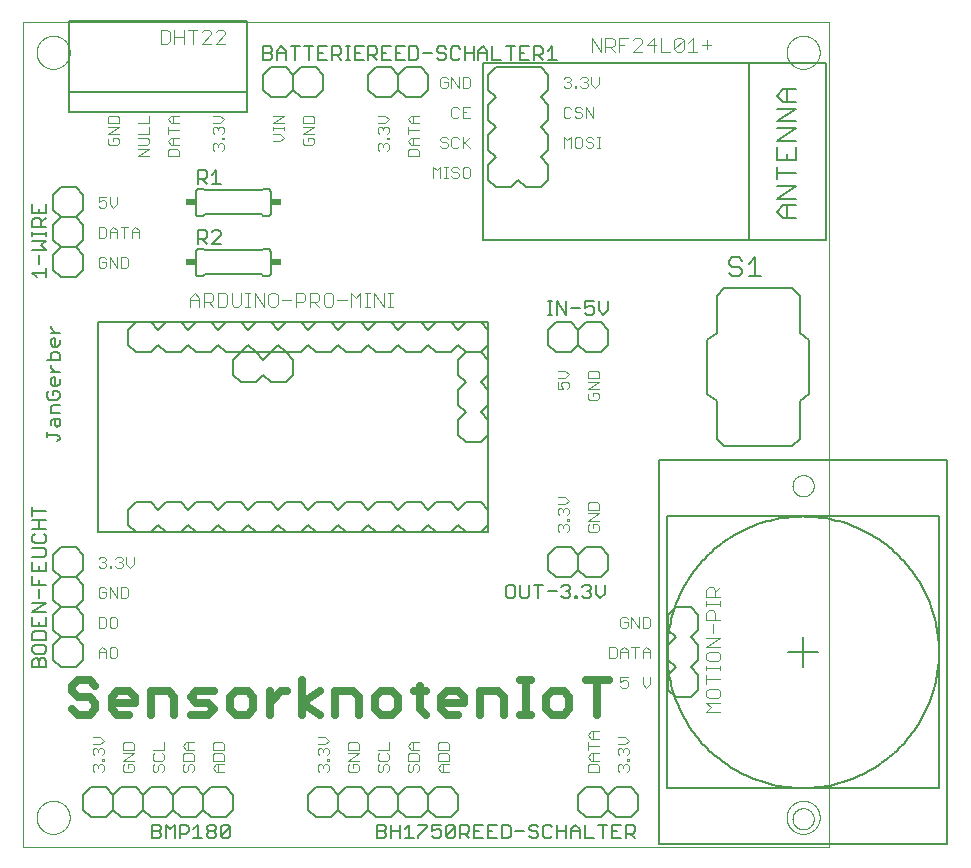
<source format=gto>
G75*
%MOIN*%
%OFA0B0*%
%FSLAX25Y25*%
%IPPOS*%
%LPD*%
%AMOC8*
5,1,8,0,0,1.08239X$1,22.5*
%
%ADD10C,0.00000*%
%ADD11C,0.00300*%
%ADD12C,0.00400*%
%ADD13C,0.02600*%
%ADD14C,0.00700*%
%ADD15C,0.00600*%
%ADD16C,0.00500*%
%ADD17R,0.03400X0.02400*%
D10*
X0001800Y0001800D02*
X0001800Y0276761D01*
X0270501Y0276761D01*
X0270501Y0001800D01*
X0001800Y0001800D01*
X0006288Y0011800D02*
X0006290Y0011948D01*
X0006296Y0012096D01*
X0006306Y0012244D01*
X0006320Y0012391D01*
X0006338Y0012538D01*
X0006359Y0012684D01*
X0006385Y0012830D01*
X0006415Y0012975D01*
X0006448Y0013119D01*
X0006486Y0013262D01*
X0006527Y0013404D01*
X0006572Y0013545D01*
X0006620Y0013685D01*
X0006673Y0013824D01*
X0006729Y0013961D01*
X0006789Y0014096D01*
X0006852Y0014230D01*
X0006919Y0014362D01*
X0006990Y0014492D01*
X0007064Y0014620D01*
X0007141Y0014746D01*
X0007222Y0014870D01*
X0007306Y0014992D01*
X0007393Y0015111D01*
X0007484Y0015228D01*
X0007578Y0015343D01*
X0007674Y0015455D01*
X0007774Y0015565D01*
X0007876Y0015671D01*
X0007982Y0015775D01*
X0008090Y0015876D01*
X0008201Y0015974D01*
X0008314Y0016070D01*
X0008430Y0016162D01*
X0008548Y0016251D01*
X0008669Y0016336D01*
X0008792Y0016419D01*
X0008917Y0016498D01*
X0009044Y0016574D01*
X0009173Y0016646D01*
X0009304Y0016715D01*
X0009437Y0016780D01*
X0009572Y0016841D01*
X0009708Y0016899D01*
X0009845Y0016954D01*
X0009984Y0017004D01*
X0010125Y0017051D01*
X0010266Y0017094D01*
X0010409Y0017134D01*
X0010553Y0017169D01*
X0010697Y0017201D01*
X0010843Y0017228D01*
X0010989Y0017252D01*
X0011136Y0017272D01*
X0011283Y0017288D01*
X0011430Y0017300D01*
X0011578Y0017308D01*
X0011726Y0017312D01*
X0011874Y0017312D01*
X0012022Y0017308D01*
X0012170Y0017300D01*
X0012317Y0017288D01*
X0012464Y0017272D01*
X0012611Y0017252D01*
X0012757Y0017228D01*
X0012903Y0017201D01*
X0013047Y0017169D01*
X0013191Y0017134D01*
X0013334Y0017094D01*
X0013475Y0017051D01*
X0013616Y0017004D01*
X0013755Y0016954D01*
X0013892Y0016899D01*
X0014028Y0016841D01*
X0014163Y0016780D01*
X0014296Y0016715D01*
X0014427Y0016646D01*
X0014556Y0016574D01*
X0014683Y0016498D01*
X0014808Y0016419D01*
X0014931Y0016336D01*
X0015052Y0016251D01*
X0015170Y0016162D01*
X0015286Y0016070D01*
X0015399Y0015974D01*
X0015510Y0015876D01*
X0015618Y0015775D01*
X0015724Y0015671D01*
X0015826Y0015565D01*
X0015926Y0015455D01*
X0016022Y0015343D01*
X0016116Y0015228D01*
X0016207Y0015111D01*
X0016294Y0014992D01*
X0016378Y0014870D01*
X0016459Y0014746D01*
X0016536Y0014620D01*
X0016610Y0014492D01*
X0016681Y0014362D01*
X0016748Y0014230D01*
X0016811Y0014096D01*
X0016871Y0013961D01*
X0016927Y0013824D01*
X0016980Y0013685D01*
X0017028Y0013545D01*
X0017073Y0013404D01*
X0017114Y0013262D01*
X0017152Y0013119D01*
X0017185Y0012975D01*
X0017215Y0012830D01*
X0017241Y0012684D01*
X0017262Y0012538D01*
X0017280Y0012391D01*
X0017294Y0012244D01*
X0017304Y0012096D01*
X0017310Y0011948D01*
X0017312Y0011800D01*
X0017310Y0011652D01*
X0017304Y0011504D01*
X0017294Y0011356D01*
X0017280Y0011209D01*
X0017262Y0011062D01*
X0017241Y0010916D01*
X0017215Y0010770D01*
X0017185Y0010625D01*
X0017152Y0010481D01*
X0017114Y0010338D01*
X0017073Y0010196D01*
X0017028Y0010055D01*
X0016980Y0009915D01*
X0016927Y0009776D01*
X0016871Y0009639D01*
X0016811Y0009504D01*
X0016748Y0009370D01*
X0016681Y0009238D01*
X0016610Y0009108D01*
X0016536Y0008980D01*
X0016459Y0008854D01*
X0016378Y0008730D01*
X0016294Y0008608D01*
X0016207Y0008489D01*
X0016116Y0008372D01*
X0016022Y0008257D01*
X0015926Y0008145D01*
X0015826Y0008035D01*
X0015724Y0007929D01*
X0015618Y0007825D01*
X0015510Y0007724D01*
X0015399Y0007626D01*
X0015286Y0007530D01*
X0015170Y0007438D01*
X0015052Y0007349D01*
X0014931Y0007264D01*
X0014808Y0007181D01*
X0014683Y0007102D01*
X0014556Y0007026D01*
X0014427Y0006954D01*
X0014296Y0006885D01*
X0014163Y0006820D01*
X0014028Y0006759D01*
X0013892Y0006701D01*
X0013755Y0006646D01*
X0013616Y0006596D01*
X0013475Y0006549D01*
X0013334Y0006506D01*
X0013191Y0006466D01*
X0013047Y0006431D01*
X0012903Y0006399D01*
X0012757Y0006372D01*
X0012611Y0006348D01*
X0012464Y0006328D01*
X0012317Y0006312D01*
X0012170Y0006300D01*
X0012022Y0006292D01*
X0011874Y0006288D01*
X0011726Y0006288D01*
X0011578Y0006292D01*
X0011430Y0006300D01*
X0011283Y0006312D01*
X0011136Y0006328D01*
X0010989Y0006348D01*
X0010843Y0006372D01*
X0010697Y0006399D01*
X0010553Y0006431D01*
X0010409Y0006466D01*
X0010266Y0006506D01*
X0010125Y0006549D01*
X0009984Y0006596D01*
X0009845Y0006646D01*
X0009708Y0006701D01*
X0009572Y0006759D01*
X0009437Y0006820D01*
X0009304Y0006885D01*
X0009173Y0006954D01*
X0009044Y0007026D01*
X0008917Y0007102D01*
X0008792Y0007181D01*
X0008669Y0007264D01*
X0008548Y0007349D01*
X0008430Y0007438D01*
X0008314Y0007530D01*
X0008201Y0007626D01*
X0008090Y0007724D01*
X0007982Y0007825D01*
X0007876Y0007929D01*
X0007774Y0008035D01*
X0007674Y0008145D01*
X0007578Y0008257D01*
X0007484Y0008372D01*
X0007393Y0008489D01*
X0007306Y0008608D01*
X0007222Y0008730D01*
X0007141Y0008854D01*
X0007064Y0008980D01*
X0006990Y0009108D01*
X0006919Y0009238D01*
X0006852Y0009370D01*
X0006789Y0009504D01*
X0006729Y0009639D01*
X0006673Y0009776D01*
X0006620Y0009915D01*
X0006572Y0010055D01*
X0006527Y0010196D01*
X0006486Y0010338D01*
X0006448Y0010481D01*
X0006415Y0010625D01*
X0006385Y0010770D01*
X0006359Y0010916D01*
X0006338Y0011062D01*
X0006320Y0011209D01*
X0006306Y0011356D01*
X0006296Y0011504D01*
X0006290Y0011652D01*
X0006288Y0011800D01*
X0256288Y0011800D02*
X0256290Y0011948D01*
X0256296Y0012096D01*
X0256306Y0012244D01*
X0256320Y0012391D01*
X0256338Y0012538D01*
X0256359Y0012684D01*
X0256385Y0012830D01*
X0256415Y0012975D01*
X0256448Y0013119D01*
X0256486Y0013262D01*
X0256527Y0013404D01*
X0256572Y0013545D01*
X0256620Y0013685D01*
X0256673Y0013824D01*
X0256729Y0013961D01*
X0256789Y0014096D01*
X0256852Y0014230D01*
X0256919Y0014362D01*
X0256990Y0014492D01*
X0257064Y0014620D01*
X0257141Y0014746D01*
X0257222Y0014870D01*
X0257306Y0014992D01*
X0257393Y0015111D01*
X0257484Y0015228D01*
X0257578Y0015343D01*
X0257674Y0015455D01*
X0257774Y0015565D01*
X0257876Y0015671D01*
X0257982Y0015775D01*
X0258090Y0015876D01*
X0258201Y0015974D01*
X0258314Y0016070D01*
X0258430Y0016162D01*
X0258548Y0016251D01*
X0258669Y0016336D01*
X0258792Y0016419D01*
X0258917Y0016498D01*
X0259044Y0016574D01*
X0259173Y0016646D01*
X0259304Y0016715D01*
X0259437Y0016780D01*
X0259572Y0016841D01*
X0259708Y0016899D01*
X0259845Y0016954D01*
X0259984Y0017004D01*
X0260125Y0017051D01*
X0260266Y0017094D01*
X0260409Y0017134D01*
X0260553Y0017169D01*
X0260697Y0017201D01*
X0260843Y0017228D01*
X0260989Y0017252D01*
X0261136Y0017272D01*
X0261283Y0017288D01*
X0261430Y0017300D01*
X0261578Y0017308D01*
X0261726Y0017312D01*
X0261874Y0017312D01*
X0262022Y0017308D01*
X0262170Y0017300D01*
X0262317Y0017288D01*
X0262464Y0017272D01*
X0262611Y0017252D01*
X0262757Y0017228D01*
X0262903Y0017201D01*
X0263047Y0017169D01*
X0263191Y0017134D01*
X0263334Y0017094D01*
X0263475Y0017051D01*
X0263616Y0017004D01*
X0263755Y0016954D01*
X0263892Y0016899D01*
X0264028Y0016841D01*
X0264163Y0016780D01*
X0264296Y0016715D01*
X0264427Y0016646D01*
X0264556Y0016574D01*
X0264683Y0016498D01*
X0264808Y0016419D01*
X0264931Y0016336D01*
X0265052Y0016251D01*
X0265170Y0016162D01*
X0265286Y0016070D01*
X0265399Y0015974D01*
X0265510Y0015876D01*
X0265618Y0015775D01*
X0265724Y0015671D01*
X0265826Y0015565D01*
X0265926Y0015455D01*
X0266022Y0015343D01*
X0266116Y0015228D01*
X0266207Y0015111D01*
X0266294Y0014992D01*
X0266378Y0014870D01*
X0266459Y0014746D01*
X0266536Y0014620D01*
X0266610Y0014492D01*
X0266681Y0014362D01*
X0266748Y0014230D01*
X0266811Y0014096D01*
X0266871Y0013961D01*
X0266927Y0013824D01*
X0266980Y0013685D01*
X0267028Y0013545D01*
X0267073Y0013404D01*
X0267114Y0013262D01*
X0267152Y0013119D01*
X0267185Y0012975D01*
X0267215Y0012830D01*
X0267241Y0012684D01*
X0267262Y0012538D01*
X0267280Y0012391D01*
X0267294Y0012244D01*
X0267304Y0012096D01*
X0267310Y0011948D01*
X0267312Y0011800D01*
X0267310Y0011652D01*
X0267304Y0011504D01*
X0267294Y0011356D01*
X0267280Y0011209D01*
X0267262Y0011062D01*
X0267241Y0010916D01*
X0267215Y0010770D01*
X0267185Y0010625D01*
X0267152Y0010481D01*
X0267114Y0010338D01*
X0267073Y0010196D01*
X0267028Y0010055D01*
X0266980Y0009915D01*
X0266927Y0009776D01*
X0266871Y0009639D01*
X0266811Y0009504D01*
X0266748Y0009370D01*
X0266681Y0009238D01*
X0266610Y0009108D01*
X0266536Y0008980D01*
X0266459Y0008854D01*
X0266378Y0008730D01*
X0266294Y0008608D01*
X0266207Y0008489D01*
X0266116Y0008372D01*
X0266022Y0008257D01*
X0265926Y0008145D01*
X0265826Y0008035D01*
X0265724Y0007929D01*
X0265618Y0007825D01*
X0265510Y0007724D01*
X0265399Y0007626D01*
X0265286Y0007530D01*
X0265170Y0007438D01*
X0265052Y0007349D01*
X0264931Y0007264D01*
X0264808Y0007181D01*
X0264683Y0007102D01*
X0264556Y0007026D01*
X0264427Y0006954D01*
X0264296Y0006885D01*
X0264163Y0006820D01*
X0264028Y0006759D01*
X0263892Y0006701D01*
X0263755Y0006646D01*
X0263616Y0006596D01*
X0263475Y0006549D01*
X0263334Y0006506D01*
X0263191Y0006466D01*
X0263047Y0006431D01*
X0262903Y0006399D01*
X0262757Y0006372D01*
X0262611Y0006348D01*
X0262464Y0006328D01*
X0262317Y0006312D01*
X0262170Y0006300D01*
X0262022Y0006292D01*
X0261874Y0006288D01*
X0261726Y0006288D01*
X0261578Y0006292D01*
X0261430Y0006300D01*
X0261283Y0006312D01*
X0261136Y0006328D01*
X0260989Y0006348D01*
X0260843Y0006372D01*
X0260697Y0006399D01*
X0260553Y0006431D01*
X0260409Y0006466D01*
X0260266Y0006506D01*
X0260125Y0006549D01*
X0259984Y0006596D01*
X0259845Y0006646D01*
X0259708Y0006701D01*
X0259572Y0006759D01*
X0259437Y0006820D01*
X0259304Y0006885D01*
X0259173Y0006954D01*
X0259044Y0007026D01*
X0258917Y0007102D01*
X0258792Y0007181D01*
X0258669Y0007264D01*
X0258548Y0007349D01*
X0258430Y0007438D01*
X0258314Y0007530D01*
X0258201Y0007626D01*
X0258090Y0007724D01*
X0257982Y0007825D01*
X0257876Y0007929D01*
X0257774Y0008035D01*
X0257674Y0008145D01*
X0257578Y0008257D01*
X0257484Y0008372D01*
X0257393Y0008489D01*
X0257306Y0008608D01*
X0257222Y0008730D01*
X0257141Y0008854D01*
X0257064Y0008980D01*
X0256990Y0009108D01*
X0256919Y0009238D01*
X0256852Y0009370D01*
X0256789Y0009504D01*
X0256729Y0009639D01*
X0256673Y0009776D01*
X0256620Y0009915D01*
X0256572Y0010055D01*
X0256527Y0010196D01*
X0256486Y0010338D01*
X0256448Y0010481D01*
X0256415Y0010625D01*
X0256385Y0010770D01*
X0256359Y0010916D01*
X0256338Y0011062D01*
X0256320Y0011209D01*
X0256306Y0011356D01*
X0256296Y0011504D01*
X0256290Y0011652D01*
X0256288Y0011800D01*
X0258257Y0011288D02*
X0258259Y0011406D01*
X0258265Y0011525D01*
X0258275Y0011643D01*
X0258289Y0011760D01*
X0258306Y0011877D01*
X0258328Y0011994D01*
X0258354Y0012109D01*
X0258383Y0012224D01*
X0258416Y0012338D01*
X0258453Y0012450D01*
X0258494Y0012561D01*
X0258538Y0012671D01*
X0258586Y0012779D01*
X0258638Y0012886D01*
X0258693Y0012991D01*
X0258752Y0013094D01*
X0258814Y0013194D01*
X0258879Y0013293D01*
X0258948Y0013390D01*
X0259019Y0013484D01*
X0259094Y0013575D01*
X0259172Y0013665D01*
X0259253Y0013751D01*
X0259337Y0013835D01*
X0259423Y0013916D01*
X0259513Y0013994D01*
X0259604Y0014069D01*
X0259698Y0014140D01*
X0259795Y0014209D01*
X0259894Y0014274D01*
X0259994Y0014336D01*
X0260097Y0014395D01*
X0260202Y0014450D01*
X0260309Y0014502D01*
X0260417Y0014550D01*
X0260527Y0014594D01*
X0260638Y0014635D01*
X0260750Y0014672D01*
X0260864Y0014705D01*
X0260979Y0014734D01*
X0261094Y0014760D01*
X0261211Y0014782D01*
X0261328Y0014799D01*
X0261445Y0014813D01*
X0261563Y0014823D01*
X0261682Y0014829D01*
X0261800Y0014831D01*
X0261918Y0014829D01*
X0262037Y0014823D01*
X0262155Y0014813D01*
X0262272Y0014799D01*
X0262389Y0014782D01*
X0262506Y0014760D01*
X0262621Y0014734D01*
X0262736Y0014705D01*
X0262850Y0014672D01*
X0262962Y0014635D01*
X0263073Y0014594D01*
X0263183Y0014550D01*
X0263291Y0014502D01*
X0263398Y0014450D01*
X0263503Y0014395D01*
X0263606Y0014336D01*
X0263706Y0014274D01*
X0263805Y0014209D01*
X0263902Y0014140D01*
X0263996Y0014069D01*
X0264087Y0013994D01*
X0264177Y0013916D01*
X0264263Y0013835D01*
X0264347Y0013751D01*
X0264428Y0013665D01*
X0264506Y0013575D01*
X0264581Y0013484D01*
X0264652Y0013390D01*
X0264721Y0013293D01*
X0264786Y0013194D01*
X0264848Y0013094D01*
X0264907Y0012991D01*
X0264962Y0012886D01*
X0265014Y0012779D01*
X0265062Y0012671D01*
X0265106Y0012561D01*
X0265147Y0012450D01*
X0265184Y0012338D01*
X0265217Y0012224D01*
X0265246Y0012109D01*
X0265272Y0011994D01*
X0265294Y0011877D01*
X0265311Y0011760D01*
X0265325Y0011643D01*
X0265335Y0011525D01*
X0265341Y0011406D01*
X0265343Y0011288D01*
X0265341Y0011170D01*
X0265335Y0011051D01*
X0265325Y0010933D01*
X0265311Y0010816D01*
X0265294Y0010699D01*
X0265272Y0010582D01*
X0265246Y0010467D01*
X0265217Y0010352D01*
X0265184Y0010238D01*
X0265147Y0010126D01*
X0265106Y0010015D01*
X0265062Y0009905D01*
X0265014Y0009797D01*
X0264962Y0009690D01*
X0264907Y0009585D01*
X0264848Y0009482D01*
X0264786Y0009382D01*
X0264721Y0009283D01*
X0264652Y0009186D01*
X0264581Y0009092D01*
X0264506Y0009001D01*
X0264428Y0008911D01*
X0264347Y0008825D01*
X0264263Y0008741D01*
X0264177Y0008660D01*
X0264087Y0008582D01*
X0263996Y0008507D01*
X0263902Y0008436D01*
X0263805Y0008367D01*
X0263706Y0008302D01*
X0263606Y0008240D01*
X0263503Y0008181D01*
X0263398Y0008126D01*
X0263291Y0008074D01*
X0263183Y0008026D01*
X0263073Y0007982D01*
X0262962Y0007941D01*
X0262850Y0007904D01*
X0262736Y0007871D01*
X0262621Y0007842D01*
X0262506Y0007816D01*
X0262389Y0007794D01*
X0262272Y0007777D01*
X0262155Y0007763D01*
X0262037Y0007753D01*
X0261918Y0007747D01*
X0261800Y0007745D01*
X0261682Y0007747D01*
X0261563Y0007753D01*
X0261445Y0007763D01*
X0261328Y0007777D01*
X0261211Y0007794D01*
X0261094Y0007816D01*
X0260979Y0007842D01*
X0260864Y0007871D01*
X0260750Y0007904D01*
X0260638Y0007941D01*
X0260527Y0007982D01*
X0260417Y0008026D01*
X0260309Y0008074D01*
X0260202Y0008126D01*
X0260097Y0008181D01*
X0259994Y0008240D01*
X0259894Y0008302D01*
X0259795Y0008367D01*
X0259698Y0008436D01*
X0259604Y0008507D01*
X0259513Y0008582D01*
X0259423Y0008660D01*
X0259337Y0008741D01*
X0259253Y0008825D01*
X0259172Y0008911D01*
X0259094Y0009001D01*
X0259019Y0009092D01*
X0258948Y0009186D01*
X0258879Y0009283D01*
X0258814Y0009382D01*
X0258752Y0009482D01*
X0258693Y0009585D01*
X0258638Y0009690D01*
X0258586Y0009797D01*
X0258538Y0009905D01*
X0258494Y0010015D01*
X0258453Y0010126D01*
X0258416Y0010238D01*
X0258383Y0010352D01*
X0258354Y0010467D01*
X0258328Y0010582D01*
X0258306Y0010699D01*
X0258289Y0010816D01*
X0258275Y0010933D01*
X0258265Y0011051D01*
X0258259Y0011170D01*
X0258257Y0011288D01*
X0258257Y0122312D02*
X0258259Y0122430D01*
X0258265Y0122549D01*
X0258275Y0122667D01*
X0258289Y0122784D01*
X0258306Y0122901D01*
X0258328Y0123018D01*
X0258354Y0123133D01*
X0258383Y0123248D01*
X0258416Y0123362D01*
X0258453Y0123474D01*
X0258494Y0123585D01*
X0258538Y0123695D01*
X0258586Y0123803D01*
X0258638Y0123910D01*
X0258693Y0124015D01*
X0258752Y0124118D01*
X0258814Y0124218D01*
X0258879Y0124317D01*
X0258948Y0124414D01*
X0259019Y0124508D01*
X0259094Y0124599D01*
X0259172Y0124689D01*
X0259253Y0124775D01*
X0259337Y0124859D01*
X0259423Y0124940D01*
X0259513Y0125018D01*
X0259604Y0125093D01*
X0259698Y0125164D01*
X0259795Y0125233D01*
X0259894Y0125298D01*
X0259994Y0125360D01*
X0260097Y0125419D01*
X0260202Y0125474D01*
X0260309Y0125526D01*
X0260417Y0125574D01*
X0260527Y0125618D01*
X0260638Y0125659D01*
X0260750Y0125696D01*
X0260864Y0125729D01*
X0260979Y0125758D01*
X0261094Y0125784D01*
X0261211Y0125806D01*
X0261328Y0125823D01*
X0261445Y0125837D01*
X0261563Y0125847D01*
X0261682Y0125853D01*
X0261800Y0125855D01*
X0261918Y0125853D01*
X0262037Y0125847D01*
X0262155Y0125837D01*
X0262272Y0125823D01*
X0262389Y0125806D01*
X0262506Y0125784D01*
X0262621Y0125758D01*
X0262736Y0125729D01*
X0262850Y0125696D01*
X0262962Y0125659D01*
X0263073Y0125618D01*
X0263183Y0125574D01*
X0263291Y0125526D01*
X0263398Y0125474D01*
X0263503Y0125419D01*
X0263606Y0125360D01*
X0263706Y0125298D01*
X0263805Y0125233D01*
X0263902Y0125164D01*
X0263996Y0125093D01*
X0264087Y0125018D01*
X0264177Y0124940D01*
X0264263Y0124859D01*
X0264347Y0124775D01*
X0264428Y0124689D01*
X0264506Y0124599D01*
X0264581Y0124508D01*
X0264652Y0124414D01*
X0264721Y0124317D01*
X0264786Y0124218D01*
X0264848Y0124118D01*
X0264907Y0124015D01*
X0264962Y0123910D01*
X0265014Y0123803D01*
X0265062Y0123695D01*
X0265106Y0123585D01*
X0265147Y0123474D01*
X0265184Y0123362D01*
X0265217Y0123248D01*
X0265246Y0123133D01*
X0265272Y0123018D01*
X0265294Y0122901D01*
X0265311Y0122784D01*
X0265325Y0122667D01*
X0265335Y0122549D01*
X0265341Y0122430D01*
X0265343Y0122312D01*
X0265341Y0122194D01*
X0265335Y0122075D01*
X0265325Y0121957D01*
X0265311Y0121840D01*
X0265294Y0121723D01*
X0265272Y0121606D01*
X0265246Y0121491D01*
X0265217Y0121376D01*
X0265184Y0121262D01*
X0265147Y0121150D01*
X0265106Y0121039D01*
X0265062Y0120929D01*
X0265014Y0120821D01*
X0264962Y0120714D01*
X0264907Y0120609D01*
X0264848Y0120506D01*
X0264786Y0120406D01*
X0264721Y0120307D01*
X0264652Y0120210D01*
X0264581Y0120116D01*
X0264506Y0120025D01*
X0264428Y0119935D01*
X0264347Y0119849D01*
X0264263Y0119765D01*
X0264177Y0119684D01*
X0264087Y0119606D01*
X0263996Y0119531D01*
X0263902Y0119460D01*
X0263805Y0119391D01*
X0263706Y0119326D01*
X0263606Y0119264D01*
X0263503Y0119205D01*
X0263398Y0119150D01*
X0263291Y0119098D01*
X0263183Y0119050D01*
X0263073Y0119006D01*
X0262962Y0118965D01*
X0262850Y0118928D01*
X0262736Y0118895D01*
X0262621Y0118866D01*
X0262506Y0118840D01*
X0262389Y0118818D01*
X0262272Y0118801D01*
X0262155Y0118787D01*
X0262037Y0118777D01*
X0261918Y0118771D01*
X0261800Y0118769D01*
X0261682Y0118771D01*
X0261563Y0118777D01*
X0261445Y0118787D01*
X0261328Y0118801D01*
X0261211Y0118818D01*
X0261094Y0118840D01*
X0260979Y0118866D01*
X0260864Y0118895D01*
X0260750Y0118928D01*
X0260638Y0118965D01*
X0260527Y0119006D01*
X0260417Y0119050D01*
X0260309Y0119098D01*
X0260202Y0119150D01*
X0260097Y0119205D01*
X0259994Y0119264D01*
X0259894Y0119326D01*
X0259795Y0119391D01*
X0259698Y0119460D01*
X0259604Y0119531D01*
X0259513Y0119606D01*
X0259423Y0119684D01*
X0259337Y0119765D01*
X0259253Y0119849D01*
X0259172Y0119935D01*
X0259094Y0120025D01*
X0259019Y0120116D01*
X0258948Y0120210D01*
X0258879Y0120307D01*
X0258814Y0120406D01*
X0258752Y0120506D01*
X0258693Y0120609D01*
X0258638Y0120714D01*
X0258586Y0120821D01*
X0258538Y0120929D01*
X0258494Y0121039D01*
X0258453Y0121150D01*
X0258416Y0121262D01*
X0258383Y0121376D01*
X0258354Y0121491D01*
X0258328Y0121606D01*
X0258306Y0121723D01*
X0258289Y0121840D01*
X0258275Y0121957D01*
X0258265Y0122075D01*
X0258259Y0122194D01*
X0258257Y0122312D01*
X0256288Y0266800D02*
X0256290Y0266948D01*
X0256296Y0267096D01*
X0256306Y0267244D01*
X0256320Y0267391D01*
X0256338Y0267538D01*
X0256359Y0267684D01*
X0256385Y0267830D01*
X0256415Y0267975D01*
X0256448Y0268119D01*
X0256486Y0268262D01*
X0256527Y0268404D01*
X0256572Y0268545D01*
X0256620Y0268685D01*
X0256673Y0268824D01*
X0256729Y0268961D01*
X0256789Y0269096D01*
X0256852Y0269230D01*
X0256919Y0269362D01*
X0256990Y0269492D01*
X0257064Y0269620D01*
X0257141Y0269746D01*
X0257222Y0269870D01*
X0257306Y0269992D01*
X0257393Y0270111D01*
X0257484Y0270228D01*
X0257578Y0270343D01*
X0257674Y0270455D01*
X0257774Y0270565D01*
X0257876Y0270671D01*
X0257982Y0270775D01*
X0258090Y0270876D01*
X0258201Y0270974D01*
X0258314Y0271070D01*
X0258430Y0271162D01*
X0258548Y0271251D01*
X0258669Y0271336D01*
X0258792Y0271419D01*
X0258917Y0271498D01*
X0259044Y0271574D01*
X0259173Y0271646D01*
X0259304Y0271715D01*
X0259437Y0271780D01*
X0259572Y0271841D01*
X0259708Y0271899D01*
X0259845Y0271954D01*
X0259984Y0272004D01*
X0260125Y0272051D01*
X0260266Y0272094D01*
X0260409Y0272134D01*
X0260553Y0272169D01*
X0260697Y0272201D01*
X0260843Y0272228D01*
X0260989Y0272252D01*
X0261136Y0272272D01*
X0261283Y0272288D01*
X0261430Y0272300D01*
X0261578Y0272308D01*
X0261726Y0272312D01*
X0261874Y0272312D01*
X0262022Y0272308D01*
X0262170Y0272300D01*
X0262317Y0272288D01*
X0262464Y0272272D01*
X0262611Y0272252D01*
X0262757Y0272228D01*
X0262903Y0272201D01*
X0263047Y0272169D01*
X0263191Y0272134D01*
X0263334Y0272094D01*
X0263475Y0272051D01*
X0263616Y0272004D01*
X0263755Y0271954D01*
X0263892Y0271899D01*
X0264028Y0271841D01*
X0264163Y0271780D01*
X0264296Y0271715D01*
X0264427Y0271646D01*
X0264556Y0271574D01*
X0264683Y0271498D01*
X0264808Y0271419D01*
X0264931Y0271336D01*
X0265052Y0271251D01*
X0265170Y0271162D01*
X0265286Y0271070D01*
X0265399Y0270974D01*
X0265510Y0270876D01*
X0265618Y0270775D01*
X0265724Y0270671D01*
X0265826Y0270565D01*
X0265926Y0270455D01*
X0266022Y0270343D01*
X0266116Y0270228D01*
X0266207Y0270111D01*
X0266294Y0269992D01*
X0266378Y0269870D01*
X0266459Y0269746D01*
X0266536Y0269620D01*
X0266610Y0269492D01*
X0266681Y0269362D01*
X0266748Y0269230D01*
X0266811Y0269096D01*
X0266871Y0268961D01*
X0266927Y0268824D01*
X0266980Y0268685D01*
X0267028Y0268545D01*
X0267073Y0268404D01*
X0267114Y0268262D01*
X0267152Y0268119D01*
X0267185Y0267975D01*
X0267215Y0267830D01*
X0267241Y0267684D01*
X0267262Y0267538D01*
X0267280Y0267391D01*
X0267294Y0267244D01*
X0267304Y0267096D01*
X0267310Y0266948D01*
X0267312Y0266800D01*
X0267310Y0266652D01*
X0267304Y0266504D01*
X0267294Y0266356D01*
X0267280Y0266209D01*
X0267262Y0266062D01*
X0267241Y0265916D01*
X0267215Y0265770D01*
X0267185Y0265625D01*
X0267152Y0265481D01*
X0267114Y0265338D01*
X0267073Y0265196D01*
X0267028Y0265055D01*
X0266980Y0264915D01*
X0266927Y0264776D01*
X0266871Y0264639D01*
X0266811Y0264504D01*
X0266748Y0264370D01*
X0266681Y0264238D01*
X0266610Y0264108D01*
X0266536Y0263980D01*
X0266459Y0263854D01*
X0266378Y0263730D01*
X0266294Y0263608D01*
X0266207Y0263489D01*
X0266116Y0263372D01*
X0266022Y0263257D01*
X0265926Y0263145D01*
X0265826Y0263035D01*
X0265724Y0262929D01*
X0265618Y0262825D01*
X0265510Y0262724D01*
X0265399Y0262626D01*
X0265286Y0262530D01*
X0265170Y0262438D01*
X0265052Y0262349D01*
X0264931Y0262264D01*
X0264808Y0262181D01*
X0264683Y0262102D01*
X0264556Y0262026D01*
X0264427Y0261954D01*
X0264296Y0261885D01*
X0264163Y0261820D01*
X0264028Y0261759D01*
X0263892Y0261701D01*
X0263755Y0261646D01*
X0263616Y0261596D01*
X0263475Y0261549D01*
X0263334Y0261506D01*
X0263191Y0261466D01*
X0263047Y0261431D01*
X0262903Y0261399D01*
X0262757Y0261372D01*
X0262611Y0261348D01*
X0262464Y0261328D01*
X0262317Y0261312D01*
X0262170Y0261300D01*
X0262022Y0261292D01*
X0261874Y0261288D01*
X0261726Y0261288D01*
X0261578Y0261292D01*
X0261430Y0261300D01*
X0261283Y0261312D01*
X0261136Y0261328D01*
X0260989Y0261348D01*
X0260843Y0261372D01*
X0260697Y0261399D01*
X0260553Y0261431D01*
X0260409Y0261466D01*
X0260266Y0261506D01*
X0260125Y0261549D01*
X0259984Y0261596D01*
X0259845Y0261646D01*
X0259708Y0261701D01*
X0259572Y0261759D01*
X0259437Y0261820D01*
X0259304Y0261885D01*
X0259173Y0261954D01*
X0259044Y0262026D01*
X0258917Y0262102D01*
X0258792Y0262181D01*
X0258669Y0262264D01*
X0258548Y0262349D01*
X0258430Y0262438D01*
X0258314Y0262530D01*
X0258201Y0262626D01*
X0258090Y0262724D01*
X0257982Y0262825D01*
X0257876Y0262929D01*
X0257774Y0263035D01*
X0257674Y0263145D01*
X0257578Y0263257D01*
X0257484Y0263372D01*
X0257393Y0263489D01*
X0257306Y0263608D01*
X0257222Y0263730D01*
X0257141Y0263854D01*
X0257064Y0263980D01*
X0256990Y0264108D01*
X0256919Y0264238D01*
X0256852Y0264370D01*
X0256789Y0264504D01*
X0256729Y0264639D01*
X0256673Y0264776D01*
X0256620Y0264915D01*
X0256572Y0265055D01*
X0256527Y0265196D01*
X0256486Y0265338D01*
X0256448Y0265481D01*
X0256415Y0265625D01*
X0256385Y0265770D01*
X0256359Y0265916D01*
X0256338Y0266062D01*
X0256320Y0266209D01*
X0256306Y0266356D01*
X0256296Y0266504D01*
X0256290Y0266652D01*
X0256288Y0266800D01*
X0006288Y0266800D02*
X0006290Y0266948D01*
X0006296Y0267096D01*
X0006306Y0267244D01*
X0006320Y0267391D01*
X0006338Y0267538D01*
X0006359Y0267684D01*
X0006385Y0267830D01*
X0006415Y0267975D01*
X0006448Y0268119D01*
X0006486Y0268262D01*
X0006527Y0268404D01*
X0006572Y0268545D01*
X0006620Y0268685D01*
X0006673Y0268824D01*
X0006729Y0268961D01*
X0006789Y0269096D01*
X0006852Y0269230D01*
X0006919Y0269362D01*
X0006990Y0269492D01*
X0007064Y0269620D01*
X0007141Y0269746D01*
X0007222Y0269870D01*
X0007306Y0269992D01*
X0007393Y0270111D01*
X0007484Y0270228D01*
X0007578Y0270343D01*
X0007674Y0270455D01*
X0007774Y0270565D01*
X0007876Y0270671D01*
X0007982Y0270775D01*
X0008090Y0270876D01*
X0008201Y0270974D01*
X0008314Y0271070D01*
X0008430Y0271162D01*
X0008548Y0271251D01*
X0008669Y0271336D01*
X0008792Y0271419D01*
X0008917Y0271498D01*
X0009044Y0271574D01*
X0009173Y0271646D01*
X0009304Y0271715D01*
X0009437Y0271780D01*
X0009572Y0271841D01*
X0009708Y0271899D01*
X0009845Y0271954D01*
X0009984Y0272004D01*
X0010125Y0272051D01*
X0010266Y0272094D01*
X0010409Y0272134D01*
X0010553Y0272169D01*
X0010697Y0272201D01*
X0010843Y0272228D01*
X0010989Y0272252D01*
X0011136Y0272272D01*
X0011283Y0272288D01*
X0011430Y0272300D01*
X0011578Y0272308D01*
X0011726Y0272312D01*
X0011874Y0272312D01*
X0012022Y0272308D01*
X0012170Y0272300D01*
X0012317Y0272288D01*
X0012464Y0272272D01*
X0012611Y0272252D01*
X0012757Y0272228D01*
X0012903Y0272201D01*
X0013047Y0272169D01*
X0013191Y0272134D01*
X0013334Y0272094D01*
X0013475Y0272051D01*
X0013616Y0272004D01*
X0013755Y0271954D01*
X0013892Y0271899D01*
X0014028Y0271841D01*
X0014163Y0271780D01*
X0014296Y0271715D01*
X0014427Y0271646D01*
X0014556Y0271574D01*
X0014683Y0271498D01*
X0014808Y0271419D01*
X0014931Y0271336D01*
X0015052Y0271251D01*
X0015170Y0271162D01*
X0015286Y0271070D01*
X0015399Y0270974D01*
X0015510Y0270876D01*
X0015618Y0270775D01*
X0015724Y0270671D01*
X0015826Y0270565D01*
X0015926Y0270455D01*
X0016022Y0270343D01*
X0016116Y0270228D01*
X0016207Y0270111D01*
X0016294Y0269992D01*
X0016378Y0269870D01*
X0016459Y0269746D01*
X0016536Y0269620D01*
X0016610Y0269492D01*
X0016681Y0269362D01*
X0016748Y0269230D01*
X0016811Y0269096D01*
X0016871Y0268961D01*
X0016927Y0268824D01*
X0016980Y0268685D01*
X0017028Y0268545D01*
X0017073Y0268404D01*
X0017114Y0268262D01*
X0017152Y0268119D01*
X0017185Y0267975D01*
X0017215Y0267830D01*
X0017241Y0267684D01*
X0017262Y0267538D01*
X0017280Y0267391D01*
X0017294Y0267244D01*
X0017304Y0267096D01*
X0017310Y0266948D01*
X0017312Y0266800D01*
X0017310Y0266652D01*
X0017304Y0266504D01*
X0017294Y0266356D01*
X0017280Y0266209D01*
X0017262Y0266062D01*
X0017241Y0265916D01*
X0017215Y0265770D01*
X0017185Y0265625D01*
X0017152Y0265481D01*
X0017114Y0265338D01*
X0017073Y0265196D01*
X0017028Y0265055D01*
X0016980Y0264915D01*
X0016927Y0264776D01*
X0016871Y0264639D01*
X0016811Y0264504D01*
X0016748Y0264370D01*
X0016681Y0264238D01*
X0016610Y0264108D01*
X0016536Y0263980D01*
X0016459Y0263854D01*
X0016378Y0263730D01*
X0016294Y0263608D01*
X0016207Y0263489D01*
X0016116Y0263372D01*
X0016022Y0263257D01*
X0015926Y0263145D01*
X0015826Y0263035D01*
X0015724Y0262929D01*
X0015618Y0262825D01*
X0015510Y0262724D01*
X0015399Y0262626D01*
X0015286Y0262530D01*
X0015170Y0262438D01*
X0015052Y0262349D01*
X0014931Y0262264D01*
X0014808Y0262181D01*
X0014683Y0262102D01*
X0014556Y0262026D01*
X0014427Y0261954D01*
X0014296Y0261885D01*
X0014163Y0261820D01*
X0014028Y0261759D01*
X0013892Y0261701D01*
X0013755Y0261646D01*
X0013616Y0261596D01*
X0013475Y0261549D01*
X0013334Y0261506D01*
X0013191Y0261466D01*
X0013047Y0261431D01*
X0012903Y0261399D01*
X0012757Y0261372D01*
X0012611Y0261348D01*
X0012464Y0261328D01*
X0012317Y0261312D01*
X0012170Y0261300D01*
X0012022Y0261292D01*
X0011874Y0261288D01*
X0011726Y0261288D01*
X0011578Y0261292D01*
X0011430Y0261300D01*
X0011283Y0261312D01*
X0011136Y0261328D01*
X0010989Y0261348D01*
X0010843Y0261372D01*
X0010697Y0261399D01*
X0010553Y0261431D01*
X0010409Y0261466D01*
X0010266Y0261506D01*
X0010125Y0261549D01*
X0009984Y0261596D01*
X0009845Y0261646D01*
X0009708Y0261701D01*
X0009572Y0261759D01*
X0009437Y0261820D01*
X0009304Y0261885D01*
X0009173Y0261954D01*
X0009044Y0262026D01*
X0008917Y0262102D01*
X0008792Y0262181D01*
X0008669Y0262264D01*
X0008548Y0262349D01*
X0008430Y0262438D01*
X0008314Y0262530D01*
X0008201Y0262626D01*
X0008090Y0262724D01*
X0007982Y0262825D01*
X0007876Y0262929D01*
X0007774Y0263035D01*
X0007674Y0263145D01*
X0007578Y0263257D01*
X0007484Y0263372D01*
X0007393Y0263489D01*
X0007306Y0263608D01*
X0007222Y0263730D01*
X0007141Y0263854D01*
X0007064Y0263980D01*
X0006990Y0264108D01*
X0006919Y0264238D01*
X0006852Y0264370D01*
X0006789Y0264504D01*
X0006729Y0264639D01*
X0006673Y0264776D01*
X0006620Y0264915D01*
X0006572Y0265055D01*
X0006527Y0265196D01*
X0006486Y0265338D01*
X0006448Y0265481D01*
X0006415Y0265625D01*
X0006385Y0265770D01*
X0006359Y0265916D01*
X0006338Y0266062D01*
X0006320Y0266209D01*
X0006306Y0266356D01*
X0006296Y0266504D01*
X0006290Y0266652D01*
X0006288Y0266800D01*
D11*
X0029947Y0245118D02*
X0030564Y0245736D01*
X0033033Y0245736D01*
X0033650Y0245118D01*
X0033650Y0243267D01*
X0029947Y0243267D01*
X0029947Y0245118D01*
X0029947Y0242052D02*
X0033650Y0242052D01*
X0029947Y0239584D01*
X0033650Y0239584D01*
X0033033Y0238369D02*
X0031798Y0238369D01*
X0031798Y0237135D01*
X0030564Y0238369D02*
X0029947Y0237752D01*
X0029947Y0236518D01*
X0030564Y0235901D01*
X0033033Y0235901D01*
X0033650Y0236518D01*
X0033650Y0237752D01*
X0033033Y0238369D01*
X0039947Y0238369D02*
X0043033Y0238369D01*
X0043650Y0237752D01*
X0043650Y0236518D01*
X0043033Y0235901D01*
X0039947Y0235901D01*
X0039947Y0234686D02*
X0043650Y0234686D01*
X0039947Y0232217D01*
X0043650Y0232217D01*
X0049947Y0232217D02*
X0049947Y0234069D01*
X0050564Y0234686D01*
X0053033Y0234686D01*
X0053650Y0234069D01*
X0053650Y0232217D01*
X0049947Y0232217D01*
X0051181Y0235901D02*
X0049947Y0237135D01*
X0051181Y0238369D01*
X0053650Y0238369D01*
X0051798Y0238369D02*
X0051798Y0235901D01*
X0051181Y0235901D02*
X0053650Y0235901D01*
X0049947Y0239584D02*
X0049947Y0242052D01*
X0049947Y0240818D02*
X0053650Y0240818D01*
X0053650Y0243267D02*
X0051181Y0243267D01*
X0049947Y0244501D01*
X0051181Y0245736D01*
X0053650Y0245736D01*
X0051798Y0245736D02*
X0051798Y0243267D01*
X0043650Y0243267D02*
X0043650Y0245736D01*
X0043650Y0243267D02*
X0039947Y0243267D01*
X0039947Y0239584D02*
X0043650Y0239584D01*
X0043650Y0242052D01*
X0064947Y0241435D02*
X0065564Y0242052D01*
X0066181Y0242052D01*
X0066798Y0241435D01*
X0067416Y0242052D01*
X0068033Y0242052D01*
X0068650Y0241435D01*
X0068650Y0240201D01*
X0068033Y0239584D01*
X0068033Y0238359D02*
X0068650Y0238359D01*
X0068650Y0237742D01*
X0068033Y0237742D01*
X0068033Y0238359D01*
X0068033Y0236528D02*
X0068650Y0235911D01*
X0068650Y0234676D01*
X0068033Y0234059D01*
X0066798Y0235293D02*
X0066798Y0235911D01*
X0067416Y0236528D01*
X0068033Y0236528D01*
X0066798Y0235911D02*
X0066181Y0236528D01*
X0065564Y0236528D01*
X0064947Y0235911D01*
X0064947Y0234676D01*
X0065564Y0234059D01*
X0065564Y0239584D02*
X0064947Y0240201D01*
X0064947Y0241435D01*
X0064947Y0243267D02*
X0067416Y0243267D01*
X0068650Y0244501D01*
X0067416Y0245736D01*
X0064947Y0245736D01*
X0066798Y0241435D02*
X0066798Y0240818D01*
X0084947Y0240811D02*
X0084947Y0242046D01*
X0084947Y0241429D02*
X0088650Y0241429D01*
X0088650Y0242046D02*
X0088650Y0240811D01*
X0087416Y0239597D02*
X0084947Y0239597D01*
X0087416Y0239597D02*
X0088650Y0238363D01*
X0087416Y0237128D01*
X0084947Y0237128D01*
X0084947Y0243267D02*
X0088650Y0245736D01*
X0084947Y0245736D01*
X0084947Y0243267D02*
X0088650Y0243267D01*
X0094947Y0243267D02*
X0094947Y0245118D01*
X0095564Y0245736D01*
X0098033Y0245736D01*
X0098650Y0245118D01*
X0098650Y0243267D01*
X0094947Y0243267D01*
X0094947Y0242052D02*
X0098650Y0242052D01*
X0094947Y0239584D01*
X0098650Y0239584D01*
X0098033Y0238369D02*
X0096798Y0238369D01*
X0096798Y0237135D01*
X0095564Y0238369D02*
X0094947Y0237752D01*
X0094947Y0236518D01*
X0095564Y0235901D01*
X0098033Y0235901D01*
X0098650Y0236518D01*
X0098650Y0237752D01*
X0098033Y0238369D01*
X0119947Y0240201D02*
X0120564Y0239584D01*
X0119947Y0240201D01*
X0119947Y0241435D01*
X0120564Y0242052D01*
X0121181Y0242052D01*
X0121798Y0241435D01*
X0122416Y0242052D01*
X0123033Y0242052D01*
X0123650Y0241435D01*
X0123650Y0240201D01*
X0123033Y0239584D01*
X0123650Y0240201D01*
X0123650Y0241435D01*
X0123033Y0242052D01*
X0122416Y0242052D01*
X0121798Y0241435D01*
X0121798Y0240818D01*
X0121798Y0241435D01*
X0121181Y0242052D01*
X0120564Y0242052D01*
X0119947Y0241435D01*
X0119947Y0240201D01*
X0119947Y0241435D01*
X0120564Y0242052D01*
X0121181Y0242052D01*
X0121798Y0241435D01*
X0122416Y0242052D01*
X0123033Y0242052D01*
X0123650Y0241435D01*
X0123650Y0240201D01*
X0123033Y0239584D01*
X0123033Y0238359D02*
X0123650Y0238359D01*
X0123650Y0237742D01*
X0123033Y0237742D01*
X0123033Y0238359D01*
X0123650Y0238359D01*
X0123650Y0237742D01*
X0123033Y0237742D01*
X0123033Y0238359D01*
X0123650Y0238359D01*
X0123650Y0237742D01*
X0123033Y0237742D01*
X0123033Y0238359D01*
X0123033Y0236528D02*
X0123650Y0235911D01*
X0123650Y0234676D01*
X0123033Y0234059D01*
X0123650Y0234676D01*
X0123650Y0235911D01*
X0123033Y0236528D01*
X0122416Y0236528D01*
X0121798Y0235911D01*
X0121798Y0235293D01*
X0121798Y0235911D01*
X0121181Y0236528D01*
X0120564Y0236528D01*
X0119947Y0235911D01*
X0119947Y0234676D01*
X0120564Y0234059D01*
X0119947Y0234676D01*
X0119947Y0235911D01*
X0120564Y0236528D01*
X0121181Y0236528D01*
X0121798Y0235911D01*
X0122416Y0236528D01*
X0123033Y0236528D01*
X0123650Y0235911D01*
X0123650Y0234676D01*
X0123033Y0234059D01*
X0121798Y0235293D02*
X0121798Y0235911D01*
X0122416Y0236528D01*
X0123033Y0236528D01*
X0121798Y0235911D02*
X0121181Y0236528D01*
X0120564Y0236528D01*
X0119947Y0235911D01*
X0119947Y0234676D01*
X0120564Y0234059D01*
X0120564Y0239584D02*
X0119947Y0240201D01*
X0121798Y0240818D02*
X0121798Y0241435D01*
X0122416Y0243267D02*
X0119947Y0243267D01*
X0122416Y0243267D01*
X0123650Y0244501D01*
X0122416Y0245736D01*
X0119947Y0245736D01*
X0122416Y0245736D01*
X0123650Y0244501D01*
X0122416Y0243267D01*
X0123650Y0244501D01*
X0122416Y0245736D01*
X0119947Y0245736D01*
X0119947Y0243267D02*
X0122416Y0243267D01*
X0129947Y0242052D02*
X0129947Y0239584D01*
X0129947Y0240818D02*
X0133650Y0240818D01*
X0133650Y0238369D02*
X0131181Y0238369D01*
X0129947Y0237135D01*
X0131181Y0235901D01*
X0133650Y0235901D01*
X0133033Y0234686D02*
X0130564Y0234686D01*
X0129947Y0234069D01*
X0129947Y0232217D01*
X0133650Y0232217D01*
X0133650Y0234069D01*
X0133033Y0234686D01*
X0131798Y0235901D02*
X0131798Y0238369D01*
X0131798Y0243267D02*
X0131798Y0245736D01*
X0131181Y0245736D02*
X0133650Y0245736D01*
X0131181Y0245736D02*
X0129947Y0244501D01*
X0131181Y0243267D01*
X0133650Y0243267D01*
X0140901Y0238036D02*
X0140901Y0237419D01*
X0141518Y0236802D01*
X0142752Y0236802D01*
X0143369Y0236184D01*
X0143369Y0235567D01*
X0142752Y0234950D01*
X0141518Y0234950D01*
X0140901Y0235567D01*
X0140901Y0238036D02*
X0141518Y0238653D01*
X0142752Y0238653D01*
X0143369Y0238036D01*
X0144584Y0238036D02*
X0144584Y0235567D01*
X0145201Y0234950D01*
X0146435Y0234950D01*
X0147052Y0235567D01*
X0148267Y0234950D02*
X0148267Y0238653D01*
X0147052Y0238036D02*
X0146435Y0238653D01*
X0145201Y0238653D01*
X0144584Y0238036D01*
X0148267Y0236184D02*
X0150736Y0238653D01*
X0148884Y0236802D02*
X0150736Y0234950D01*
X0150118Y0228653D02*
X0148884Y0228653D01*
X0148267Y0228036D01*
X0148267Y0225567D01*
X0148884Y0224950D01*
X0150118Y0224950D01*
X0150736Y0225567D01*
X0150736Y0228036D01*
X0150118Y0228653D01*
X0147052Y0228036D02*
X0146435Y0228653D01*
X0145201Y0228653D01*
X0144584Y0228036D01*
X0144584Y0227419D01*
X0145201Y0226802D01*
X0146435Y0226802D01*
X0147052Y0226184D01*
X0147052Y0225567D01*
X0146435Y0224950D01*
X0145201Y0224950D01*
X0144584Y0225567D01*
X0143363Y0224950D02*
X0142128Y0224950D01*
X0142745Y0224950D02*
X0142745Y0228653D01*
X0142128Y0228653D02*
X0143363Y0228653D01*
X0140914Y0228653D02*
X0140914Y0224950D01*
X0138445Y0224950D02*
X0138445Y0228653D01*
X0139680Y0227419D01*
X0140914Y0228653D01*
X0145201Y0244950D02*
X0146435Y0244950D01*
X0147052Y0245567D01*
X0148267Y0244950D02*
X0150736Y0244950D01*
X0149501Y0246802D02*
X0148267Y0246802D01*
X0147052Y0248036D02*
X0146435Y0248653D01*
X0145201Y0248653D01*
X0144584Y0248036D01*
X0144584Y0245567D01*
X0145201Y0244950D01*
X0148267Y0244950D02*
X0148267Y0248653D01*
X0150736Y0248653D01*
X0150118Y0254950D02*
X0148267Y0254950D01*
X0148267Y0258653D01*
X0150118Y0258653D01*
X0150736Y0258036D01*
X0150736Y0255567D01*
X0150118Y0254950D01*
X0147052Y0254950D02*
X0147052Y0258653D01*
X0144584Y0258653D02*
X0144584Y0254950D01*
X0143369Y0255567D02*
X0143369Y0256802D01*
X0142135Y0256802D01*
X0143369Y0258036D02*
X0142752Y0258653D01*
X0141518Y0258653D01*
X0140901Y0258036D01*
X0140901Y0255567D01*
X0141518Y0254950D01*
X0142752Y0254950D01*
X0143369Y0255567D01*
X0144584Y0258653D02*
X0147052Y0254950D01*
X0181950Y0255567D02*
X0182567Y0254950D01*
X0183802Y0254950D01*
X0184419Y0255567D01*
X0184419Y0256184D01*
X0183802Y0256802D01*
X0183184Y0256802D01*
X0183802Y0256802D02*
X0184419Y0257419D01*
X0184419Y0258036D01*
X0183802Y0258653D01*
X0182567Y0258653D01*
X0181950Y0258036D01*
X0185633Y0255567D02*
X0186250Y0255567D01*
X0186250Y0254950D01*
X0185633Y0254950D01*
X0185633Y0255567D01*
X0187475Y0255567D02*
X0188092Y0254950D01*
X0189326Y0254950D01*
X0189943Y0255567D01*
X0189943Y0256184D01*
X0189326Y0256802D01*
X0188709Y0256802D01*
X0189326Y0256802D02*
X0189943Y0257419D01*
X0189943Y0258036D01*
X0189326Y0258653D01*
X0188092Y0258653D01*
X0187475Y0258036D01*
X0191158Y0258653D02*
X0191158Y0256184D01*
X0192392Y0254950D01*
X0193627Y0256184D01*
X0193627Y0258653D01*
X0191785Y0248653D02*
X0191785Y0244950D01*
X0189316Y0248653D01*
X0189316Y0244950D01*
X0188102Y0245567D02*
X0187485Y0244950D01*
X0186250Y0244950D01*
X0185633Y0245567D01*
X0184419Y0245567D02*
X0183802Y0244950D01*
X0182567Y0244950D01*
X0181950Y0245567D01*
X0181950Y0248036D01*
X0182567Y0248653D01*
X0183802Y0248653D01*
X0184419Y0248036D01*
X0185633Y0248036D02*
X0185633Y0247419D01*
X0186250Y0246802D01*
X0187485Y0246802D01*
X0188102Y0246184D01*
X0188102Y0245567D01*
X0188102Y0248036D02*
X0187485Y0248653D01*
X0186250Y0248653D01*
X0185633Y0248036D01*
X0186250Y0238653D02*
X0185633Y0238036D01*
X0185633Y0235567D01*
X0186250Y0234950D01*
X0187485Y0234950D01*
X0188102Y0235567D01*
X0188102Y0238036D01*
X0187485Y0238653D01*
X0186250Y0238653D01*
X0184419Y0238653D02*
X0184419Y0234950D01*
X0181950Y0234950D02*
X0181950Y0238653D01*
X0183184Y0237419D01*
X0184419Y0238653D01*
X0189316Y0238036D02*
X0189316Y0237419D01*
X0189933Y0236802D01*
X0191168Y0236802D01*
X0191785Y0236184D01*
X0191785Y0235567D01*
X0191168Y0234950D01*
X0189933Y0234950D01*
X0189316Y0235567D01*
X0189316Y0238036D02*
X0189933Y0238653D01*
X0191168Y0238653D01*
X0191785Y0238036D01*
X0192999Y0238653D02*
X0194234Y0238653D01*
X0193617Y0238653D02*
X0193617Y0234950D01*
X0194234Y0234950D02*
X0192999Y0234950D01*
X0193033Y0160736D02*
X0190564Y0160736D01*
X0189947Y0160118D01*
X0189947Y0158267D01*
X0193650Y0158267D01*
X0193650Y0160118D01*
X0193033Y0160736D01*
X0193650Y0157052D02*
X0189947Y0157052D01*
X0189947Y0154584D02*
X0193650Y0157052D01*
X0193650Y0154584D02*
X0189947Y0154584D01*
X0190564Y0153369D02*
X0189947Y0152752D01*
X0189947Y0151518D01*
X0190564Y0150901D01*
X0193033Y0150901D01*
X0193650Y0151518D01*
X0193650Y0152752D01*
X0193033Y0153369D01*
X0191798Y0153369D01*
X0191798Y0152135D01*
X0183650Y0155201D02*
X0183650Y0156435D01*
X0183033Y0157052D01*
X0181798Y0157052D01*
X0181181Y0156435D01*
X0181181Y0155818D01*
X0181798Y0154584D01*
X0179947Y0154584D01*
X0179947Y0157052D01*
X0179947Y0158267D02*
X0182416Y0158267D01*
X0183650Y0159501D01*
X0182416Y0160736D01*
X0179947Y0160736D01*
X0183650Y0155201D02*
X0183033Y0154584D01*
X0182416Y0118627D02*
X0179947Y0118627D01*
X0182416Y0118627D02*
X0183650Y0117392D01*
X0182416Y0116158D01*
X0179947Y0116158D01*
X0180564Y0114943D02*
X0179947Y0114326D01*
X0179947Y0113092D01*
X0180564Y0112475D01*
X0181798Y0113709D02*
X0181798Y0114326D01*
X0182416Y0114943D01*
X0183033Y0114943D01*
X0183650Y0114326D01*
X0183650Y0113092D01*
X0183033Y0112475D01*
X0183033Y0111250D02*
X0183650Y0111250D01*
X0183650Y0110633D01*
X0183033Y0110633D01*
X0183033Y0111250D01*
X0183033Y0109419D02*
X0183650Y0108802D01*
X0183650Y0107567D01*
X0183033Y0106950D01*
X0181798Y0108184D02*
X0181798Y0108802D01*
X0182416Y0109419D01*
X0183033Y0109419D01*
X0181798Y0108802D02*
X0181181Y0109419D01*
X0180564Y0109419D01*
X0179947Y0108802D01*
X0179947Y0107567D01*
X0180564Y0106950D01*
X0181798Y0114326D02*
X0181181Y0114943D01*
X0180564Y0114943D01*
X0189947Y0114316D02*
X0189947Y0116168D01*
X0190564Y0116785D01*
X0193033Y0116785D01*
X0193650Y0116168D01*
X0193650Y0114316D01*
X0189947Y0114316D01*
X0189947Y0113102D02*
X0193650Y0113102D01*
X0189947Y0110633D01*
X0193650Y0110633D01*
X0193033Y0109419D02*
X0191798Y0109419D01*
X0191798Y0108184D01*
X0190564Y0106950D02*
X0193033Y0106950D01*
X0193650Y0107567D01*
X0193650Y0108802D01*
X0193033Y0109419D01*
X0190564Y0109419D02*
X0189947Y0108802D01*
X0189947Y0107567D01*
X0190564Y0106950D01*
X0201518Y0078653D02*
X0200901Y0078036D01*
X0200901Y0075567D01*
X0201518Y0074950D01*
X0202752Y0074950D01*
X0203369Y0075567D01*
X0203369Y0076802D01*
X0202135Y0076802D01*
X0203369Y0078036D02*
X0202752Y0078653D01*
X0201518Y0078653D01*
X0204584Y0078653D02*
X0207052Y0074950D01*
X0207052Y0078653D01*
X0208267Y0078653D02*
X0210118Y0078653D01*
X0210736Y0078036D01*
X0210736Y0075567D01*
X0210118Y0074950D01*
X0208267Y0074950D01*
X0208267Y0078653D01*
X0204584Y0078653D02*
X0204584Y0074950D01*
X0204584Y0068653D02*
X0207052Y0068653D01*
X0205818Y0068653D02*
X0205818Y0064950D01*
X0203369Y0064950D02*
X0203369Y0067419D01*
X0202135Y0068653D01*
X0200901Y0067419D01*
X0200901Y0064950D01*
X0199686Y0065567D02*
X0199686Y0068036D01*
X0199069Y0068653D01*
X0197217Y0068653D01*
X0197217Y0064950D01*
X0199069Y0064950D01*
X0199686Y0065567D01*
X0200901Y0066802D02*
X0203369Y0066802D01*
X0208267Y0066802D02*
X0210736Y0066802D01*
X0210736Y0067419D02*
X0210736Y0064950D01*
X0210736Y0067419D02*
X0209501Y0068653D01*
X0208267Y0067419D01*
X0208267Y0064950D01*
X0208267Y0058653D02*
X0208267Y0056184D01*
X0209501Y0054950D01*
X0210736Y0056184D01*
X0210736Y0058653D01*
X0203369Y0058653D02*
X0200901Y0058653D01*
X0200901Y0056802D01*
X0202135Y0057419D01*
X0202752Y0057419D01*
X0203369Y0056802D01*
X0203369Y0055567D01*
X0202752Y0054950D01*
X0201518Y0054950D01*
X0200901Y0055567D01*
X0193650Y0040468D02*
X0191181Y0040468D01*
X0189947Y0039234D01*
X0191181Y0037999D01*
X0193650Y0037999D01*
X0191798Y0037999D02*
X0191798Y0040468D01*
X0189947Y0036785D02*
X0189947Y0034316D01*
X0189947Y0035551D02*
X0193650Y0035551D01*
X0193650Y0033102D02*
X0191181Y0033102D01*
X0189947Y0031868D01*
X0191181Y0030633D01*
X0193650Y0030633D01*
X0193033Y0029419D02*
X0190564Y0029419D01*
X0189947Y0028802D01*
X0189947Y0026950D01*
X0193650Y0026950D01*
X0193650Y0028802D01*
X0193033Y0029419D01*
X0191798Y0030633D02*
X0191798Y0033102D01*
X0199947Y0033092D02*
X0199947Y0034326D01*
X0200564Y0034943D01*
X0201181Y0034943D01*
X0201798Y0034326D01*
X0202416Y0034943D01*
X0203033Y0034943D01*
X0203650Y0034326D01*
X0203650Y0033092D01*
X0203033Y0032475D01*
X0203033Y0031250D02*
X0203650Y0031250D01*
X0203650Y0030633D01*
X0203033Y0030633D01*
X0203033Y0031250D01*
X0203033Y0029419D02*
X0203650Y0028802D01*
X0203650Y0027567D01*
X0203033Y0026950D01*
X0201798Y0028184D02*
X0201798Y0028802D01*
X0202416Y0029419D01*
X0203033Y0029419D01*
X0201798Y0028802D02*
X0201181Y0029419D01*
X0200564Y0029419D01*
X0199947Y0028802D01*
X0199947Y0027567D01*
X0200564Y0026950D01*
X0200564Y0032475D02*
X0199947Y0033092D01*
X0201798Y0033709D02*
X0201798Y0034326D01*
X0202416Y0036158D02*
X0199947Y0036158D01*
X0202416Y0036158D02*
X0203650Y0037392D01*
X0202416Y0038627D01*
X0199947Y0038627D01*
X0143650Y0036168D02*
X0143033Y0036785D01*
X0140564Y0036785D01*
X0139947Y0036168D01*
X0139947Y0034316D01*
X0143650Y0034316D01*
X0143650Y0036168D01*
X0143033Y0033102D02*
X0140564Y0033102D01*
X0139947Y0032485D01*
X0139947Y0030633D01*
X0143650Y0030633D01*
X0143650Y0032485D01*
X0143033Y0033102D01*
X0143650Y0029419D02*
X0141181Y0029419D01*
X0139947Y0028184D01*
X0141181Y0026950D01*
X0143650Y0026950D01*
X0141798Y0026950D02*
X0141798Y0029419D01*
X0133650Y0028802D02*
X0133650Y0027567D01*
X0133033Y0026950D01*
X0131798Y0027567D02*
X0131798Y0028802D01*
X0132416Y0029419D01*
X0133033Y0029419D01*
X0133650Y0028802D01*
X0133650Y0030633D02*
X0133650Y0032485D01*
X0133033Y0033102D01*
X0130564Y0033102D01*
X0129947Y0032485D01*
X0129947Y0030633D01*
X0133650Y0030633D01*
X0130564Y0029419D02*
X0129947Y0028802D01*
X0129947Y0027567D01*
X0130564Y0026950D01*
X0131181Y0026950D01*
X0131798Y0027567D01*
X0131798Y0034316D02*
X0131798Y0036785D01*
X0131181Y0036785D02*
X0133650Y0036785D01*
X0133650Y0034316D02*
X0131181Y0034316D01*
X0129947Y0035551D01*
X0131181Y0036785D01*
X0123650Y0036785D02*
X0123650Y0034316D01*
X0119947Y0034316D01*
X0120564Y0033102D02*
X0119947Y0032485D01*
X0119947Y0031250D01*
X0120564Y0030633D01*
X0123033Y0030633D01*
X0123650Y0031250D01*
X0123650Y0032485D01*
X0123033Y0033102D01*
X0123033Y0029419D02*
X0123650Y0028802D01*
X0123650Y0027567D01*
X0123033Y0026950D01*
X0121798Y0027567D02*
X0121798Y0028802D01*
X0122416Y0029419D01*
X0123033Y0029419D01*
X0121798Y0027567D02*
X0121181Y0026950D01*
X0120564Y0026950D01*
X0119947Y0027567D01*
X0119947Y0028802D01*
X0120564Y0029419D01*
X0113650Y0028802D02*
X0113650Y0027567D01*
X0113033Y0026950D01*
X0110564Y0026950D01*
X0109947Y0027567D01*
X0109947Y0028802D01*
X0110564Y0029419D01*
X0111798Y0029419D02*
X0111798Y0028184D01*
X0111798Y0029419D02*
X0113033Y0029419D01*
X0113650Y0028802D01*
X0113650Y0030633D02*
X0109947Y0030633D01*
X0113650Y0033102D01*
X0109947Y0033102D01*
X0109947Y0034316D02*
X0109947Y0036168D01*
X0110564Y0036785D01*
X0113033Y0036785D01*
X0113650Y0036168D01*
X0113650Y0034316D01*
X0109947Y0034316D01*
X0103650Y0034326D02*
X0103650Y0033092D01*
X0103033Y0032475D01*
X0103650Y0033092D01*
X0103650Y0034326D01*
X0103033Y0034943D01*
X0102416Y0034943D01*
X0101798Y0034326D01*
X0101798Y0033709D01*
X0101798Y0034326D01*
X0101181Y0034943D01*
X0100564Y0034943D01*
X0099947Y0034326D01*
X0099947Y0033092D01*
X0100564Y0032475D01*
X0099947Y0033092D01*
X0099947Y0034326D01*
X0100564Y0034943D01*
X0101181Y0034943D01*
X0101798Y0034326D01*
X0102416Y0034943D01*
X0103033Y0034943D01*
X0103650Y0034326D01*
X0102416Y0036158D02*
X0103650Y0037392D01*
X0102416Y0038627D01*
X0099947Y0038627D01*
X0102416Y0038627D01*
X0103650Y0037392D01*
X0102416Y0036158D01*
X0099947Y0036158D01*
X0102416Y0036158D01*
X0103033Y0031250D02*
X0103650Y0031250D01*
X0103650Y0030633D01*
X0103033Y0030633D01*
X0103033Y0031250D01*
X0103650Y0031250D01*
X0103650Y0030633D01*
X0103033Y0030633D01*
X0103033Y0031250D01*
X0103033Y0029419D02*
X0102416Y0029419D01*
X0101798Y0028802D01*
X0101798Y0028184D01*
X0101798Y0028802D01*
X0101181Y0029419D01*
X0100564Y0029419D01*
X0099947Y0028802D01*
X0099947Y0027567D01*
X0100564Y0026950D01*
X0099947Y0027567D01*
X0099947Y0028802D01*
X0100564Y0029419D01*
X0101181Y0029419D01*
X0101798Y0028802D01*
X0102416Y0029419D01*
X0103033Y0029419D01*
X0103650Y0028802D01*
X0103650Y0027567D01*
X0103033Y0026950D01*
X0103650Y0027567D01*
X0103650Y0028802D01*
X0103033Y0029419D01*
X0068650Y0029419D02*
X0066181Y0029419D01*
X0064947Y0028184D01*
X0066181Y0026950D01*
X0068650Y0026950D01*
X0066798Y0026950D02*
X0066798Y0029419D01*
X0064947Y0030633D02*
X0064947Y0032485D01*
X0065564Y0033102D01*
X0068033Y0033102D01*
X0068650Y0032485D01*
X0068650Y0030633D01*
X0064947Y0030633D01*
X0064947Y0034316D02*
X0064947Y0036168D01*
X0065564Y0036785D01*
X0068033Y0036785D01*
X0068650Y0036168D01*
X0068650Y0034316D01*
X0064947Y0034316D01*
X0058650Y0034316D02*
X0056181Y0034316D01*
X0054947Y0035551D01*
X0056181Y0036785D01*
X0058650Y0036785D01*
X0056798Y0036785D02*
X0056798Y0034316D01*
X0055564Y0033102D02*
X0054947Y0032485D01*
X0054947Y0030633D01*
X0058650Y0030633D01*
X0058650Y0032485D01*
X0058033Y0033102D01*
X0055564Y0033102D01*
X0055564Y0029419D02*
X0054947Y0028802D01*
X0054947Y0027567D01*
X0055564Y0026950D01*
X0056181Y0026950D01*
X0056798Y0027567D01*
X0056798Y0028802D01*
X0057416Y0029419D01*
X0058033Y0029419D01*
X0058650Y0028802D01*
X0058650Y0027567D01*
X0058033Y0026950D01*
X0048650Y0027567D02*
X0048033Y0026950D01*
X0048650Y0027567D02*
X0048650Y0028802D01*
X0048033Y0029419D01*
X0047416Y0029419D01*
X0046798Y0028802D01*
X0046798Y0027567D01*
X0046181Y0026950D01*
X0045564Y0026950D01*
X0044947Y0027567D01*
X0044947Y0028802D01*
X0045564Y0029419D01*
X0045564Y0030633D02*
X0048033Y0030633D01*
X0048650Y0031250D01*
X0048650Y0032485D01*
X0048033Y0033102D01*
X0048650Y0034316D02*
X0044947Y0034316D01*
X0045564Y0033102D02*
X0044947Y0032485D01*
X0044947Y0031250D01*
X0045564Y0030633D01*
X0048650Y0034316D02*
X0048650Y0036785D01*
X0038650Y0036168D02*
X0038033Y0036785D01*
X0035564Y0036785D01*
X0034947Y0036168D01*
X0034947Y0034316D01*
X0038650Y0034316D01*
X0038650Y0036168D01*
X0038650Y0033102D02*
X0034947Y0033102D01*
X0034947Y0030633D02*
X0038650Y0033102D01*
X0038650Y0030633D02*
X0034947Y0030633D01*
X0035564Y0029419D02*
X0034947Y0028802D01*
X0034947Y0027567D01*
X0035564Y0026950D01*
X0038033Y0026950D01*
X0038650Y0027567D01*
X0038650Y0028802D01*
X0038033Y0029419D01*
X0036798Y0029419D01*
X0036798Y0028184D01*
X0028650Y0027567D02*
X0028033Y0026950D01*
X0028650Y0027567D02*
X0028650Y0028802D01*
X0028033Y0029419D01*
X0027416Y0029419D01*
X0026798Y0028802D01*
X0026798Y0028184D01*
X0026798Y0028802D02*
X0026181Y0029419D01*
X0025564Y0029419D01*
X0024947Y0028802D01*
X0024947Y0027567D01*
X0025564Y0026950D01*
X0028033Y0030633D02*
X0028033Y0031250D01*
X0028650Y0031250D01*
X0028650Y0030633D01*
X0028033Y0030633D01*
X0028033Y0032475D02*
X0028650Y0033092D01*
X0028650Y0034326D01*
X0028033Y0034943D01*
X0027416Y0034943D01*
X0026798Y0034326D01*
X0026798Y0033709D01*
X0026798Y0034326D02*
X0026181Y0034943D01*
X0025564Y0034943D01*
X0024947Y0034326D01*
X0024947Y0033092D01*
X0025564Y0032475D01*
X0024947Y0036158D02*
X0027416Y0036158D01*
X0028650Y0037392D01*
X0027416Y0038627D01*
X0024947Y0038627D01*
X0026950Y0064950D02*
X0026950Y0067419D01*
X0028184Y0068653D01*
X0029419Y0067419D01*
X0029419Y0064950D01*
X0030633Y0065567D02*
X0031250Y0064950D01*
X0032485Y0064950D01*
X0033102Y0065567D01*
X0033102Y0068036D01*
X0032485Y0068653D01*
X0031250Y0068653D01*
X0030633Y0068036D01*
X0030633Y0065567D01*
X0029419Y0066802D02*
X0026950Y0066802D01*
X0026950Y0074950D02*
X0028802Y0074950D01*
X0029419Y0075567D01*
X0029419Y0078036D01*
X0028802Y0078653D01*
X0026950Y0078653D01*
X0026950Y0074950D01*
X0030633Y0075567D02*
X0031250Y0074950D01*
X0032485Y0074950D01*
X0033102Y0075567D01*
X0033102Y0078036D01*
X0032485Y0078653D01*
X0031250Y0078653D01*
X0030633Y0078036D01*
X0030633Y0075567D01*
X0030633Y0084950D02*
X0030633Y0088653D01*
X0033102Y0084950D01*
X0033102Y0088653D01*
X0034316Y0088653D02*
X0034316Y0084950D01*
X0036168Y0084950D01*
X0036785Y0085567D01*
X0036785Y0088036D01*
X0036168Y0088653D01*
X0034316Y0088653D01*
X0029419Y0088036D02*
X0028802Y0088653D01*
X0027567Y0088653D01*
X0026950Y0088036D01*
X0026950Y0085567D01*
X0027567Y0084950D01*
X0028802Y0084950D01*
X0029419Y0085567D01*
X0029419Y0086802D01*
X0028184Y0086802D01*
X0027567Y0094950D02*
X0026950Y0095567D01*
X0027567Y0094950D01*
X0028802Y0094950D01*
X0029419Y0095567D01*
X0029419Y0096184D01*
X0028802Y0096802D01*
X0028184Y0096802D01*
X0028802Y0096802D01*
X0029419Y0097419D01*
X0029419Y0098036D01*
X0028802Y0098653D01*
X0027567Y0098653D01*
X0026950Y0098036D01*
X0027567Y0098653D01*
X0028802Y0098653D01*
X0029419Y0098036D01*
X0029419Y0097419D01*
X0028802Y0096802D01*
X0029419Y0096184D01*
X0029419Y0095567D01*
X0028802Y0094950D01*
X0027567Y0094950D01*
X0030633Y0094950D02*
X0031250Y0094950D01*
X0031250Y0095567D01*
X0030633Y0095567D01*
X0030633Y0094950D01*
X0031250Y0094950D01*
X0031250Y0095567D01*
X0030633Y0095567D01*
X0030633Y0094950D01*
X0032475Y0095567D02*
X0033092Y0094950D01*
X0034326Y0094950D01*
X0034943Y0095567D01*
X0034943Y0096184D01*
X0034326Y0096802D01*
X0033709Y0096802D01*
X0034326Y0096802D01*
X0034943Y0097419D01*
X0034943Y0098036D01*
X0034326Y0098653D01*
X0033092Y0098653D01*
X0032475Y0098036D01*
X0033092Y0098653D01*
X0034326Y0098653D01*
X0034943Y0098036D01*
X0034943Y0097419D01*
X0034326Y0096802D01*
X0034943Y0096184D01*
X0034943Y0095567D01*
X0034326Y0094950D01*
X0033092Y0094950D01*
X0032475Y0095567D01*
X0036158Y0096184D02*
X0036158Y0098653D01*
X0036158Y0096184D01*
X0037392Y0094950D01*
X0038627Y0096184D01*
X0038627Y0098653D01*
X0038627Y0096184D01*
X0037392Y0094950D01*
X0036158Y0096184D01*
X0036168Y0194950D02*
X0036785Y0195567D01*
X0036785Y0198036D01*
X0036168Y0198653D01*
X0034316Y0198653D01*
X0034316Y0194950D01*
X0036168Y0194950D01*
X0033102Y0194950D02*
X0033102Y0198653D01*
X0030633Y0198653D02*
X0033102Y0194950D01*
X0030633Y0194950D02*
X0030633Y0198653D01*
X0029419Y0198036D02*
X0028802Y0198653D01*
X0027567Y0198653D01*
X0026950Y0198036D01*
X0026950Y0195567D01*
X0027567Y0194950D01*
X0028802Y0194950D01*
X0029419Y0195567D01*
X0029419Y0196802D01*
X0028184Y0196802D01*
X0028802Y0204950D02*
X0026950Y0204950D01*
X0026950Y0208653D01*
X0028802Y0208653D01*
X0029419Y0208036D01*
X0029419Y0205567D01*
X0028802Y0204950D01*
X0030633Y0204950D02*
X0030633Y0207419D01*
X0031868Y0208653D01*
X0033102Y0207419D01*
X0033102Y0204950D01*
X0033102Y0206802D02*
X0030633Y0206802D01*
X0034316Y0208653D02*
X0036785Y0208653D01*
X0035551Y0208653D02*
X0035551Y0204950D01*
X0037999Y0204950D02*
X0037999Y0207419D01*
X0039234Y0208653D01*
X0040468Y0207419D01*
X0040468Y0204950D01*
X0040468Y0206802D02*
X0037999Y0206802D01*
X0031868Y0214950D02*
X0030633Y0216184D01*
X0030633Y0218653D01*
X0029419Y0218653D02*
X0026950Y0218653D01*
X0026950Y0216802D01*
X0028184Y0217419D01*
X0028802Y0217419D01*
X0029419Y0216802D01*
X0029419Y0215567D01*
X0028802Y0214950D01*
X0027567Y0214950D01*
X0026950Y0215567D01*
X0031868Y0214950D02*
X0033102Y0216184D01*
X0033102Y0218653D01*
D12*
X0059005Y0186604D02*
X0060540Y0185069D01*
X0060540Y0182000D01*
X0062074Y0182000D02*
X0062074Y0186604D01*
X0064376Y0186604D01*
X0065144Y0185837D01*
X0065144Y0184302D01*
X0064376Y0183535D01*
X0062074Y0183535D01*
X0063609Y0183535D02*
X0065144Y0182000D01*
X0066678Y0182000D02*
X0066678Y0186604D01*
X0068980Y0186604D01*
X0069748Y0185837D01*
X0069748Y0182767D01*
X0068980Y0182000D01*
X0066678Y0182000D01*
X0071282Y0182767D02*
X0071282Y0186604D01*
X0074352Y0186604D02*
X0074352Y0182767D01*
X0073584Y0182000D01*
X0072050Y0182000D01*
X0071282Y0182767D01*
X0075886Y0182000D02*
X0077421Y0182000D01*
X0076654Y0182000D02*
X0076654Y0186604D01*
X0077421Y0186604D02*
X0075886Y0186604D01*
X0078955Y0186604D02*
X0078955Y0182000D01*
X0082025Y0182000D02*
X0078955Y0186604D01*
X0082025Y0186604D02*
X0082025Y0182000D01*
X0083559Y0182767D02*
X0084327Y0182000D01*
X0085861Y0182000D01*
X0086629Y0182767D01*
X0086629Y0185837D01*
X0085861Y0186604D01*
X0084327Y0186604D01*
X0083559Y0185837D01*
X0083559Y0182767D01*
X0088163Y0184302D02*
X0091233Y0184302D01*
X0092767Y0183535D02*
X0095069Y0183535D01*
X0095837Y0184302D01*
X0095837Y0185837D01*
X0095069Y0186604D01*
X0092767Y0186604D01*
X0092767Y0182000D01*
X0097371Y0182000D02*
X0097371Y0186604D01*
X0099673Y0186604D01*
X0100440Y0185837D01*
X0100440Y0184302D01*
X0099673Y0183535D01*
X0097371Y0183535D01*
X0098906Y0183535D02*
X0100440Y0182000D01*
X0101975Y0182767D02*
X0102742Y0182000D01*
X0104277Y0182000D01*
X0105044Y0182767D01*
X0105044Y0185837D01*
X0104277Y0186604D01*
X0102742Y0186604D01*
X0101975Y0185837D01*
X0101975Y0182767D01*
X0106579Y0184302D02*
X0109648Y0184302D01*
X0111183Y0186604D02*
X0112718Y0185069D01*
X0114252Y0186604D01*
X0114252Y0182000D01*
X0115787Y0182000D02*
X0117322Y0182000D01*
X0116554Y0182000D02*
X0116554Y0186604D01*
X0115787Y0186604D02*
X0117322Y0186604D01*
X0118856Y0186604D02*
X0118856Y0182000D01*
X0121925Y0182000D02*
X0118856Y0186604D01*
X0121925Y0186604D02*
X0121925Y0182000D01*
X0123460Y0182000D02*
X0124995Y0182000D01*
X0124227Y0182000D02*
X0124227Y0186604D01*
X0123460Y0186604D02*
X0124995Y0186604D01*
X0111183Y0186604D02*
X0111183Y0182000D01*
X0060540Y0184302D02*
X0057470Y0184302D01*
X0057470Y0185069D02*
X0059005Y0186604D01*
X0057470Y0185069D02*
X0057470Y0182000D01*
X0058345Y0269717D02*
X0058345Y0274320D01*
X0056810Y0274320D02*
X0059880Y0274320D01*
X0061414Y0273553D02*
X0062181Y0274320D01*
X0063716Y0274320D01*
X0064483Y0273553D01*
X0064483Y0272786D01*
X0061414Y0269717D01*
X0064483Y0269717D01*
X0066018Y0269717D02*
X0069087Y0272786D01*
X0069087Y0273553D01*
X0068320Y0274320D01*
X0066785Y0274320D01*
X0066018Y0273553D01*
X0066018Y0269717D02*
X0069087Y0269717D01*
X0055276Y0269717D02*
X0055276Y0274320D01*
X0055276Y0272018D02*
X0052206Y0272018D01*
X0050672Y0270484D02*
X0050672Y0273553D01*
X0049904Y0274320D01*
X0047602Y0274320D01*
X0047602Y0269717D01*
X0049904Y0269717D01*
X0050672Y0270484D01*
X0052206Y0269717D02*
X0052206Y0274320D01*
X0191282Y0271604D02*
X0191282Y0267000D01*
X0194352Y0267000D02*
X0194352Y0271604D01*
X0195886Y0271604D02*
X0198188Y0271604D01*
X0198955Y0270837D01*
X0198955Y0269302D01*
X0198188Y0268535D01*
X0195886Y0268535D01*
X0197421Y0268535D02*
X0198955Y0267000D01*
X0200490Y0267000D02*
X0200490Y0271604D01*
X0203559Y0271604D01*
X0205094Y0270837D02*
X0205861Y0271604D01*
X0207396Y0271604D01*
X0208163Y0270837D01*
X0208163Y0270069D01*
X0205094Y0267000D01*
X0208163Y0267000D01*
X0209698Y0269302D02*
X0212767Y0269302D01*
X0212000Y0267000D02*
X0212000Y0271604D01*
X0209698Y0269302D01*
X0214302Y0271604D02*
X0214302Y0267000D01*
X0217371Y0267000D01*
X0218906Y0267767D02*
X0221975Y0270837D01*
X0221975Y0267767D01*
X0221208Y0267000D01*
X0219673Y0267000D01*
X0218906Y0267767D01*
X0218906Y0270837D01*
X0219673Y0271604D01*
X0221208Y0271604D01*
X0221975Y0270837D01*
X0223510Y0270069D02*
X0225044Y0271604D01*
X0225044Y0267000D01*
X0223510Y0267000D02*
X0226579Y0267000D01*
X0228114Y0269302D02*
X0231183Y0269302D01*
X0229648Y0270837D02*
X0229648Y0267767D01*
X0202025Y0269302D02*
X0200490Y0269302D01*
X0195886Y0267000D02*
X0195886Y0271604D01*
X0191282Y0271604D02*
X0194352Y0267000D01*
X0230263Y0088435D02*
X0229496Y0087668D01*
X0229496Y0085366D01*
X0234100Y0085366D01*
X0234100Y0083831D02*
X0234100Y0082297D01*
X0234100Y0083064D02*
X0229496Y0083064D01*
X0229496Y0082297D02*
X0229496Y0083831D01*
X0232565Y0085366D02*
X0232565Y0087668D01*
X0231798Y0088435D01*
X0230263Y0088435D01*
X0232565Y0086901D02*
X0234100Y0088435D01*
X0231798Y0080762D02*
X0232565Y0079995D01*
X0232565Y0077693D01*
X0234100Y0077693D02*
X0229496Y0077693D01*
X0229496Y0079995D01*
X0230263Y0080762D01*
X0231798Y0080762D01*
X0231798Y0076158D02*
X0231798Y0073089D01*
X0234100Y0071554D02*
X0229496Y0071554D01*
X0229496Y0068485D02*
X0234100Y0071554D01*
X0234100Y0068485D02*
X0229496Y0068485D01*
X0230263Y0066950D02*
X0229496Y0066183D01*
X0229496Y0064648D01*
X0230263Y0063881D01*
X0233333Y0063881D01*
X0234100Y0064648D01*
X0234100Y0066183D01*
X0233333Y0066950D01*
X0230263Y0066950D01*
X0229496Y0062346D02*
X0229496Y0060812D01*
X0229496Y0061579D02*
X0234100Y0061579D01*
X0234100Y0060812D02*
X0234100Y0062346D01*
X0234100Y0057742D02*
X0229496Y0057742D01*
X0229496Y0056208D02*
X0229496Y0059277D01*
X0230263Y0054673D02*
X0229496Y0053906D01*
X0229496Y0052371D01*
X0230263Y0051604D01*
X0233333Y0051604D01*
X0234100Y0052371D01*
X0234100Y0053906D01*
X0233333Y0054673D01*
X0230263Y0054673D01*
X0229496Y0050069D02*
X0234100Y0050069D01*
X0234100Y0047000D02*
X0229496Y0047000D01*
X0231031Y0048535D01*
X0229496Y0050069D01*
D13*
X0197081Y0057660D02*
X0189274Y0057660D01*
X0193178Y0057660D02*
X0193178Y0045950D01*
X0183914Y0047902D02*
X0183914Y0051805D01*
X0181962Y0053757D01*
X0178059Y0053757D01*
X0176107Y0051805D01*
X0176107Y0047902D01*
X0178059Y0045950D01*
X0181962Y0045950D01*
X0183914Y0047902D01*
X0171232Y0045950D02*
X0167329Y0045950D01*
X0169280Y0045950D02*
X0169280Y0057660D01*
X0167329Y0057660D02*
X0171232Y0057660D01*
X0161968Y0051805D02*
X0161968Y0045950D01*
X0161968Y0051805D02*
X0160017Y0053757D01*
X0154162Y0053757D01*
X0154162Y0045950D01*
X0148801Y0049853D02*
X0148801Y0051805D01*
X0146849Y0053757D01*
X0142946Y0053757D01*
X0140994Y0051805D01*
X0140994Y0047902D01*
X0142946Y0045950D01*
X0146849Y0045950D01*
X0148801Y0049853D02*
X0140994Y0049853D01*
X0136120Y0045950D02*
X0134168Y0047902D01*
X0134168Y0055708D01*
X0132216Y0053757D02*
X0136120Y0053757D01*
X0126856Y0051805D02*
X0126856Y0047902D01*
X0124904Y0045950D01*
X0121001Y0045950D01*
X0119049Y0047902D01*
X0119049Y0051805D01*
X0121001Y0053757D01*
X0124904Y0053757D01*
X0126856Y0051805D01*
X0113688Y0051805D02*
X0113688Y0045950D01*
X0113688Y0051805D02*
X0111737Y0053757D01*
X0105882Y0053757D01*
X0105882Y0045950D01*
X0100764Y0045950D02*
X0094909Y0049853D01*
X0100764Y0053757D01*
X0094909Y0057660D02*
X0094909Y0045950D01*
X0089791Y0053757D02*
X0087840Y0053757D01*
X0083936Y0049853D01*
X0083936Y0045950D02*
X0083936Y0053757D01*
X0078576Y0051805D02*
X0076624Y0053757D01*
X0072721Y0053757D01*
X0070769Y0051805D01*
X0070769Y0047902D01*
X0072721Y0045950D01*
X0076624Y0045950D01*
X0078576Y0047902D01*
X0078576Y0051805D01*
X0065408Y0053757D02*
X0059553Y0053757D01*
X0057602Y0051805D01*
X0059553Y0049853D01*
X0063457Y0049853D01*
X0065408Y0047902D01*
X0063457Y0045950D01*
X0057602Y0045950D01*
X0052241Y0045950D02*
X0052241Y0051805D01*
X0050289Y0053757D01*
X0044434Y0053757D01*
X0044434Y0045950D01*
X0039074Y0049853D02*
X0039074Y0051805D01*
X0037122Y0053757D01*
X0033219Y0053757D01*
X0031267Y0051805D01*
X0031267Y0047902D01*
X0033219Y0045950D01*
X0037122Y0045950D01*
X0039074Y0049853D02*
X0031267Y0049853D01*
X0025907Y0049853D02*
X0025907Y0047902D01*
X0023955Y0045950D01*
X0020052Y0045950D01*
X0018100Y0047902D01*
X0020052Y0051805D02*
X0023955Y0051805D01*
X0025907Y0049853D01*
X0025907Y0055708D02*
X0023955Y0057660D01*
X0020052Y0057660D01*
X0018100Y0055708D01*
X0018100Y0053757D01*
X0020052Y0051805D01*
D14*
X0013233Y0137249D02*
X0013950Y0137967D01*
X0013950Y0138684D01*
X0013233Y0139401D01*
X0009646Y0139401D01*
X0009646Y0138684D02*
X0009646Y0140118D01*
X0011081Y0142570D02*
X0011081Y0144005D01*
X0011798Y0144722D01*
X0013950Y0144722D01*
X0013950Y0142570D01*
X0013233Y0141853D01*
X0012515Y0142570D01*
X0012515Y0144722D01*
X0011081Y0146457D02*
X0011081Y0148609D01*
X0011798Y0149326D01*
X0013950Y0149326D01*
X0013233Y0151061D02*
X0010364Y0151061D01*
X0009646Y0151778D01*
X0009646Y0153213D01*
X0010364Y0153930D01*
X0011798Y0153930D02*
X0011798Y0152496D01*
X0011798Y0153930D02*
X0013233Y0153930D01*
X0013950Y0153213D01*
X0013950Y0151778D01*
X0013233Y0151061D01*
X0013233Y0155665D02*
X0011798Y0155665D01*
X0011081Y0156382D01*
X0011081Y0157817D01*
X0011798Y0158534D01*
X0012515Y0158534D01*
X0012515Y0155665D01*
X0013233Y0155665D02*
X0013950Y0156382D01*
X0013950Y0157817D01*
X0013950Y0160269D02*
X0011081Y0160269D01*
X0011081Y0161703D02*
X0011081Y0162421D01*
X0011081Y0161703D02*
X0012515Y0160269D01*
X0011081Y0164105D02*
X0011081Y0166257D01*
X0011798Y0166975D01*
X0013233Y0166975D01*
X0013950Y0166257D01*
X0013950Y0164105D01*
X0009646Y0164105D01*
X0011798Y0168709D02*
X0011081Y0169427D01*
X0011081Y0170861D01*
X0011798Y0171578D01*
X0012515Y0171578D01*
X0012515Y0168709D01*
X0011798Y0168709D02*
X0013233Y0168709D01*
X0013950Y0169427D01*
X0013950Y0170861D01*
X0013950Y0173313D02*
X0011081Y0173313D01*
X0012515Y0173313D02*
X0011081Y0174748D01*
X0011081Y0175465D01*
X0011081Y0146457D02*
X0013950Y0146457D01*
X0237150Y0193201D02*
X0238201Y0192150D01*
X0240303Y0192150D01*
X0241354Y0193201D01*
X0241354Y0194252D01*
X0240303Y0195303D01*
X0238201Y0195303D01*
X0237150Y0196354D01*
X0237150Y0197404D01*
X0238201Y0198455D01*
X0240303Y0198455D01*
X0241354Y0197404D01*
X0243595Y0196354D02*
X0245697Y0198455D01*
X0245697Y0192150D01*
X0243595Y0192150D02*
X0247799Y0192150D01*
D15*
X0258100Y0188100D02*
X0260600Y0185600D01*
X0260600Y0173100D01*
X0263800Y0170800D01*
X0263800Y0152800D01*
X0260600Y0150500D01*
X0260600Y0138000D01*
X0258100Y0135500D01*
X0235500Y0135500D01*
X0233000Y0138000D01*
X0233000Y0150700D01*
X0229800Y0152800D01*
X0229800Y0170800D01*
X0233000Y0173100D01*
X0233000Y0185600D01*
X0235500Y0188100D01*
X0258100Y0188100D01*
X0259500Y0211541D02*
X0255230Y0211541D01*
X0253095Y0213676D01*
X0255230Y0215811D01*
X0259500Y0215811D01*
X0259500Y0217986D02*
X0253095Y0217986D01*
X0259500Y0222257D01*
X0253095Y0222257D01*
X0253095Y0224432D02*
X0253095Y0228702D01*
X0253095Y0226567D02*
X0259500Y0226567D01*
X0259500Y0230877D02*
X0259500Y0235148D01*
X0259500Y0237323D02*
X0253095Y0237323D01*
X0259500Y0241593D01*
X0253095Y0241593D01*
X0253095Y0243768D02*
X0259500Y0248039D01*
X0253095Y0248039D01*
X0255230Y0250214D02*
X0253095Y0252349D01*
X0255230Y0254484D01*
X0259500Y0254484D01*
X0256297Y0254484D02*
X0256297Y0250214D01*
X0255230Y0250214D02*
X0259500Y0250214D01*
X0259500Y0243768D02*
X0253095Y0243768D01*
X0253095Y0235148D02*
X0253095Y0230877D01*
X0259500Y0230877D01*
X0256297Y0230877D02*
X0256297Y0233012D01*
X0256297Y0215811D02*
X0256297Y0211541D01*
X0196800Y0174300D02*
X0196800Y0169300D01*
X0194300Y0166800D01*
X0189300Y0166800D01*
X0186800Y0169300D01*
X0184300Y0166800D01*
X0179300Y0166800D01*
X0176800Y0169300D01*
X0176800Y0174300D01*
X0179300Y0176800D01*
X0184300Y0176800D01*
X0186800Y0174300D01*
X0189300Y0176800D01*
X0194300Y0176800D01*
X0196800Y0174300D01*
X0186800Y0174300D02*
X0186800Y0169300D01*
X0184300Y0101800D02*
X0179300Y0101800D01*
X0176800Y0099300D01*
X0176800Y0094300D01*
X0179300Y0091800D01*
X0184300Y0091800D01*
X0186800Y0094300D01*
X0186800Y0099300D01*
X0184300Y0101800D01*
X0186800Y0099300D02*
X0189300Y0101800D01*
X0194300Y0101800D01*
X0196800Y0099300D01*
X0196800Y0094300D01*
X0194300Y0091800D01*
X0189300Y0091800D01*
X0186800Y0094300D01*
X0189300Y0021800D02*
X0194300Y0021800D01*
X0196800Y0019300D01*
X0199300Y0021800D01*
X0204300Y0021800D01*
X0206800Y0019300D01*
X0206800Y0014300D01*
X0204300Y0011800D01*
X0199300Y0011800D01*
X0196800Y0014300D01*
X0194300Y0011800D01*
X0189300Y0011800D01*
X0186800Y0014300D01*
X0186800Y0019300D01*
X0189300Y0021800D01*
X0196800Y0019300D02*
X0196800Y0014300D01*
X0146800Y0014300D02*
X0144300Y0011800D01*
X0139300Y0011800D01*
X0136800Y0014300D01*
X0134300Y0011800D01*
X0129300Y0011800D01*
X0126800Y0014300D01*
X0126800Y0019300D01*
X0129300Y0021800D01*
X0134300Y0021800D01*
X0136800Y0019300D01*
X0139300Y0021800D01*
X0144300Y0021800D01*
X0146800Y0019300D01*
X0146800Y0014300D01*
X0136800Y0014300D02*
X0136800Y0019300D01*
X0126800Y0019300D02*
X0124300Y0021800D01*
X0119300Y0021800D01*
X0116800Y0019300D01*
X0114300Y0021800D01*
X0109300Y0021800D01*
X0106800Y0019300D01*
X0104300Y0021800D01*
X0099300Y0021800D01*
X0096800Y0019300D01*
X0096800Y0014300D01*
X0099300Y0011800D01*
X0104300Y0011800D01*
X0106800Y0014300D01*
X0106800Y0019300D01*
X0106800Y0014300D02*
X0109300Y0011800D01*
X0114300Y0011800D01*
X0116800Y0014300D01*
X0116800Y0019300D01*
X0116800Y0014300D02*
X0119300Y0011800D01*
X0124300Y0011800D01*
X0126800Y0014300D01*
X0071800Y0014300D02*
X0069300Y0011800D01*
X0064300Y0011800D01*
X0061800Y0014300D01*
X0059300Y0011800D01*
X0054300Y0011800D01*
X0051800Y0014300D01*
X0051800Y0019300D01*
X0054300Y0021800D01*
X0059300Y0021800D01*
X0061800Y0019300D01*
X0064300Y0021800D01*
X0069300Y0021800D01*
X0071800Y0019300D01*
X0071800Y0014300D01*
X0061800Y0014300D02*
X0061800Y0019300D01*
X0051800Y0019300D02*
X0049300Y0021800D01*
X0044300Y0021800D01*
X0041800Y0019300D01*
X0039300Y0021800D01*
X0034300Y0021800D01*
X0031800Y0019300D01*
X0029300Y0021800D01*
X0024300Y0021800D01*
X0021800Y0019300D01*
X0021800Y0014300D01*
X0024300Y0011800D01*
X0029300Y0011800D01*
X0031800Y0014300D01*
X0031800Y0019300D01*
X0031800Y0014300D02*
X0034300Y0011800D01*
X0039300Y0011800D01*
X0041800Y0014300D01*
X0041800Y0019300D01*
X0041800Y0014300D02*
X0044300Y0011800D01*
X0049300Y0011800D01*
X0051800Y0014300D01*
X0019300Y0061800D02*
X0014300Y0061800D01*
X0011800Y0064300D01*
X0011800Y0069300D01*
X0014300Y0071800D01*
X0011800Y0074300D01*
X0011800Y0079300D01*
X0014300Y0081800D01*
X0019300Y0081800D01*
X0021800Y0079300D01*
X0021800Y0074300D01*
X0019300Y0071800D01*
X0021800Y0069300D01*
X0021800Y0064300D01*
X0019300Y0061800D01*
X0019300Y0071800D02*
X0014300Y0071800D01*
X0014300Y0081800D02*
X0011800Y0084300D01*
X0011800Y0089300D01*
X0014300Y0091800D01*
X0011800Y0094300D01*
X0011800Y0099300D01*
X0014300Y0101800D01*
X0019300Y0101800D01*
X0021800Y0099300D01*
X0021800Y0094300D01*
X0019300Y0091800D01*
X0021800Y0089300D01*
X0021800Y0084300D01*
X0019300Y0081800D01*
X0019300Y0091800D02*
X0014300Y0091800D01*
X0014300Y0191800D02*
X0011800Y0194300D01*
X0011800Y0199300D01*
X0014300Y0201800D01*
X0011800Y0204300D01*
X0011800Y0209300D01*
X0014300Y0211800D01*
X0011800Y0214300D01*
X0011800Y0219300D01*
X0014300Y0221800D01*
X0019300Y0221800D01*
X0021800Y0219300D01*
X0021800Y0214300D01*
X0019300Y0211800D01*
X0021800Y0209300D01*
X0021800Y0204300D01*
X0019300Y0201800D01*
X0021800Y0199300D01*
X0021800Y0194300D01*
X0019300Y0191800D01*
X0014300Y0191800D01*
X0014300Y0201800D02*
X0019300Y0201800D01*
X0019300Y0211800D02*
X0014300Y0211800D01*
X0059300Y0213300D02*
X0059300Y0220300D01*
X0059302Y0220360D01*
X0059307Y0220421D01*
X0059316Y0220480D01*
X0059329Y0220539D01*
X0059345Y0220598D01*
X0059365Y0220655D01*
X0059388Y0220710D01*
X0059415Y0220765D01*
X0059444Y0220817D01*
X0059477Y0220868D01*
X0059513Y0220917D01*
X0059551Y0220963D01*
X0059593Y0221007D01*
X0059637Y0221049D01*
X0059683Y0221087D01*
X0059732Y0221123D01*
X0059783Y0221156D01*
X0059835Y0221185D01*
X0059890Y0221212D01*
X0059945Y0221235D01*
X0060002Y0221255D01*
X0060061Y0221271D01*
X0060120Y0221284D01*
X0060179Y0221293D01*
X0060240Y0221298D01*
X0060300Y0221300D01*
X0061800Y0221300D01*
X0062300Y0220800D01*
X0081300Y0220800D01*
X0081800Y0221300D01*
X0083300Y0221300D01*
X0083360Y0221298D01*
X0083421Y0221293D01*
X0083480Y0221284D01*
X0083539Y0221271D01*
X0083598Y0221255D01*
X0083655Y0221235D01*
X0083710Y0221212D01*
X0083765Y0221185D01*
X0083817Y0221156D01*
X0083868Y0221123D01*
X0083917Y0221087D01*
X0083963Y0221049D01*
X0084007Y0221007D01*
X0084049Y0220963D01*
X0084087Y0220917D01*
X0084123Y0220868D01*
X0084156Y0220817D01*
X0084185Y0220765D01*
X0084212Y0220710D01*
X0084235Y0220655D01*
X0084255Y0220598D01*
X0084271Y0220539D01*
X0084284Y0220480D01*
X0084293Y0220421D01*
X0084298Y0220360D01*
X0084300Y0220300D01*
X0084300Y0213300D01*
X0084298Y0213240D01*
X0084293Y0213179D01*
X0084284Y0213120D01*
X0084271Y0213061D01*
X0084255Y0213002D01*
X0084235Y0212945D01*
X0084212Y0212890D01*
X0084185Y0212835D01*
X0084156Y0212783D01*
X0084123Y0212732D01*
X0084087Y0212683D01*
X0084049Y0212637D01*
X0084007Y0212593D01*
X0083963Y0212551D01*
X0083917Y0212513D01*
X0083868Y0212477D01*
X0083817Y0212444D01*
X0083765Y0212415D01*
X0083710Y0212388D01*
X0083655Y0212365D01*
X0083598Y0212345D01*
X0083539Y0212329D01*
X0083480Y0212316D01*
X0083421Y0212307D01*
X0083360Y0212302D01*
X0083300Y0212300D01*
X0081800Y0212300D01*
X0081300Y0212800D01*
X0062300Y0212800D01*
X0061800Y0212300D01*
X0060300Y0212300D01*
X0060240Y0212302D01*
X0060179Y0212307D01*
X0060120Y0212316D01*
X0060061Y0212329D01*
X0060002Y0212345D01*
X0059945Y0212365D01*
X0059890Y0212388D01*
X0059835Y0212415D01*
X0059783Y0212444D01*
X0059732Y0212477D01*
X0059683Y0212513D01*
X0059637Y0212551D01*
X0059593Y0212593D01*
X0059551Y0212637D01*
X0059513Y0212683D01*
X0059477Y0212732D01*
X0059444Y0212783D01*
X0059415Y0212835D01*
X0059388Y0212890D01*
X0059365Y0212945D01*
X0059345Y0213002D01*
X0059329Y0213061D01*
X0059316Y0213120D01*
X0059307Y0213179D01*
X0059302Y0213240D01*
X0059300Y0213300D01*
X0060300Y0201300D02*
X0061800Y0201300D01*
X0062300Y0200800D01*
X0081300Y0200800D01*
X0081800Y0201300D01*
X0083300Y0201300D01*
X0083360Y0201298D01*
X0083421Y0201293D01*
X0083480Y0201284D01*
X0083539Y0201271D01*
X0083598Y0201255D01*
X0083655Y0201235D01*
X0083710Y0201212D01*
X0083765Y0201185D01*
X0083817Y0201156D01*
X0083868Y0201123D01*
X0083917Y0201087D01*
X0083963Y0201049D01*
X0084007Y0201007D01*
X0084049Y0200963D01*
X0084087Y0200917D01*
X0084123Y0200868D01*
X0084156Y0200817D01*
X0084185Y0200765D01*
X0084212Y0200710D01*
X0084235Y0200655D01*
X0084255Y0200598D01*
X0084271Y0200539D01*
X0084284Y0200480D01*
X0084293Y0200421D01*
X0084298Y0200360D01*
X0084300Y0200300D01*
X0084300Y0193300D01*
X0084298Y0193240D01*
X0084293Y0193179D01*
X0084284Y0193120D01*
X0084271Y0193061D01*
X0084255Y0193002D01*
X0084235Y0192945D01*
X0084212Y0192890D01*
X0084185Y0192835D01*
X0084156Y0192783D01*
X0084123Y0192732D01*
X0084087Y0192683D01*
X0084049Y0192637D01*
X0084007Y0192593D01*
X0083963Y0192551D01*
X0083917Y0192513D01*
X0083868Y0192477D01*
X0083817Y0192444D01*
X0083765Y0192415D01*
X0083710Y0192388D01*
X0083655Y0192365D01*
X0083598Y0192345D01*
X0083539Y0192329D01*
X0083480Y0192316D01*
X0083421Y0192307D01*
X0083360Y0192302D01*
X0083300Y0192300D01*
X0081800Y0192300D01*
X0081300Y0192800D01*
X0062300Y0192800D01*
X0061800Y0192300D01*
X0060300Y0192300D01*
X0060240Y0192302D01*
X0060179Y0192307D01*
X0060120Y0192316D01*
X0060061Y0192329D01*
X0060002Y0192345D01*
X0059945Y0192365D01*
X0059890Y0192388D01*
X0059835Y0192415D01*
X0059783Y0192444D01*
X0059732Y0192477D01*
X0059683Y0192513D01*
X0059637Y0192551D01*
X0059593Y0192593D01*
X0059551Y0192637D01*
X0059513Y0192683D01*
X0059477Y0192732D01*
X0059444Y0192783D01*
X0059415Y0192835D01*
X0059388Y0192890D01*
X0059365Y0192945D01*
X0059345Y0193002D01*
X0059329Y0193061D01*
X0059316Y0193120D01*
X0059307Y0193179D01*
X0059302Y0193240D01*
X0059300Y0193300D01*
X0059300Y0200300D01*
X0059302Y0200360D01*
X0059307Y0200421D01*
X0059316Y0200480D01*
X0059329Y0200539D01*
X0059345Y0200598D01*
X0059365Y0200655D01*
X0059388Y0200710D01*
X0059415Y0200765D01*
X0059444Y0200817D01*
X0059477Y0200868D01*
X0059513Y0200917D01*
X0059551Y0200963D01*
X0059593Y0201007D01*
X0059637Y0201049D01*
X0059683Y0201087D01*
X0059732Y0201123D01*
X0059783Y0201156D01*
X0059835Y0201185D01*
X0059890Y0201212D01*
X0059945Y0201235D01*
X0060002Y0201255D01*
X0060061Y0201271D01*
X0060120Y0201284D01*
X0060179Y0201293D01*
X0060240Y0201298D01*
X0060300Y0201300D01*
X0084300Y0251800D02*
X0089300Y0251800D01*
X0091800Y0254300D01*
X0094300Y0251800D01*
X0099300Y0251800D01*
X0101800Y0254300D01*
X0101800Y0259300D01*
X0099300Y0261800D01*
X0094300Y0261800D01*
X0091800Y0259300D01*
X0091800Y0254300D01*
X0091800Y0259300D02*
X0089300Y0261800D01*
X0084300Y0261800D01*
X0081800Y0259300D01*
X0081800Y0254300D01*
X0084300Y0251800D01*
X0116800Y0254300D02*
X0119300Y0251800D01*
X0124300Y0251800D01*
X0126800Y0254300D01*
X0129300Y0251800D01*
X0134300Y0251800D01*
X0136800Y0254300D01*
X0136800Y0259300D01*
X0134300Y0261800D01*
X0129300Y0261800D01*
X0126800Y0259300D01*
X0126800Y0254300D01*
X0126800Y0259300D02*
X0124300Y0261800D01*
X0119300Y0261800D01*
X0116800Y0259300D01*
X0116800Y0254300D01*
D16*
X0116750Y0264250D02*
X0116750Y0268754D01*
X0119002Y0268754D01*
X0119753Y0268003D01*
X0119753Y0266502D01*
X0119002Y0265751D01*
X0116750Y0265751D01*
X0118251Y0265751D02*
X0119753Y0264250D01*
X0121354Y0264250D02*
X0124356Y0264250D01*
X0125958Y0264250D02*
X0128960Y0264250D01*
X0130562Y0264250D02*
X0132814Y0264250D01*
X0133564Y0265001D01*
X0133564Y0268003D01*
X0132814Y0268754D01*
X0130562Y0268754D01*
X0130562Y0264250D01*
X0127459Y0266502D02*
X0125958Y0266502D01*
X0125958Y0268754D02*
X0125958Y0264250D01*
X0122855Y0266502D02*
X0121354Y0266502D01*
X0121354Y0268754D02*
X0121354Y0264250D01*
X0121354Y0268754D02*
X0124356Y0268754D01*
X0125958Y0268754D02*
X0128960Y0268754D01*
X0135166Y0266502D02*
X0138168Y0266502D01*
X0139770Y0267253D02*
X0140520Y0266502D01*
X0142022Y0266502D01*
X0142772Y0265751D01*
X0142772Y0265001D01*
X0142022Y0264250D01*
X0140520Y0264250D01*
X0139770Y0265001D01*
X0139770Y0267253D02*
X0139770Y0268003D01*
X0140520Y0268754D01*
X0142022Y0268754D01*
X0142772Y0268003D01*
X0144374Y0268003D02*
X0144374Y0265001D01*
X0145124Y0264250D01*
X0146625Y0264250D01*
X0147376Y0265001D01*
X0148977Y0264250D02*
X0148977Y0268754D01*
X0147376Y0268003D02*
X0146625Y0268754D01*
X0145124Y0268754D01*
X0144374Y0268003D01*
X0148977Y0266502D02*
X0151980Y0266502D01*
X0153581Y0266502D02*
X0156584Y0266502D01*
X0156584Y0267253D02*
X0156584Y0264250D01*
X0158185Y0264250D02*
X0161188Y0264250D01*
X0158185Y0264250D02*
X0158185Y0268754D01*
X0156584Y0267253D02*
X0155083Y0268754D01*
X0153581Y0267253D01*
X0153581Y0264250D01*
X0151980Y0264250D02*
X0151980Y0268754D01*
X0155200Y0263300D02*
X0155200Y0204300D01*
X0243800Y0204300D01*
X0243800Y0263300D01*
X0269400Y0263300D01*
X0269400Y0204300D01*
X0243800Y0204300D01*
X0196634Y0183754D02*
X0196634Y0180751D01*
X0195132Y0179250D01*
X0193631Y0180751D01*
X0193631Y0183754D01*
X0192030Y0183754D02*
X0189027Y0183754D01*
X0189027Y0181502D01*
X0190528Y0182253D01*
X0191279Y0182253D01*
X0192030Y0181502D01*
X0192030Y0180001D01*
X0191279Y0179250D01*
X0189778Y0179250D01*
X0189027Y0180001D01*
X0187426Y0181502D02*
X0184423Y0181502D01*
X0182822Y0179250D02*
X0182822Y0183754D01*
X0179819Y0183754D02*
X0179819Y0179250D01*
X0178251Y0179250D02*
X0176750Y0179250D01*
X0177501Y0179250D02*
X0177501Y0183754D01*
X0178251Y0183754D02*
X0176750Y0183754D01*
X0179819Y0183754D02*
X0182822Y0179250D01*
X0156800Y0176800D02*
X0156800Y0106800D01*
X0149300Y0106800D01*
X0146800Y0109300D01*
X0144300Y0106800D01*
X0149300Y0106800D01*
X0144300Y0106800D02*
X0139300Y0106800D01*
X0136800Y0109300D01*
X0134300Y0106800D01*
X0139300Y0106800D01*
X0134300Y0106800D02*
X0129300Y0106800D01*
X0126800Y0109300D01*
X0124300Y0106800D01*
X0129300Y0106800D01*
X0124300Y0106800D02*
X0119300Y0106800D01*
X0116800Y0109300D01*
X0114300Y0106800D01*
X0119300Y0106800D01*
X0114300Y0106800D02*
X0109300Y0106800D01*
X0106800Y0109300D01*
X0104300Y0106800D01*
X0109300Y0106800D01*
X0104300Y0106800D02*
X0099300Y0106800D01*
X0096800Y0109300D01*
X0094300Y0106800D01*
X0099300Y0106800D01*
X0094300Y0106800D02*
X0089300Y0106800D01*
X0086800Y0109300D01*
X0084300Y0106800D01*
X0089300Y0106800D01*
X0084300Y0106800D02*
X0079300Y0106800D01*
X0076800Y0109300D01*
X0074300Y0106800D01*
X0079300Y0106800D01*
X0074300Y0106800D02*
X0069300Y0106800D01*
X0066800Y0109300D01*
X0064300Y0106800D01*
X0069300Y0106800D01*
X0064300Y0106800D02*
X0059300Y0106800D01*
X0056800Y0109300D01*
X0054300Y0106800D01*
X0059300Y0106800D01*
X0054300Y0106800D02*
X0049300Y0106800D01*
X0046800Y0109300D01*
X0044300Y0106800D01*
X0049300Y0106800D01*
X0044300Y0106800D02*
X0026800Y0106800D01*
X0026800Y0111800D01*
X0026800Y0164800D01*
X0026800Y0168800D01*
X0026800Y0171800D01*
X0026800Y0176800D01*
X0064300Y0176800D01*
X0066800Y0174300D01*
X0069300Y0176800D01*
X0074300Y0176800D02*
X0076800Y0174300D01*
X0079300Y0176800D01*
X0084300Y0176800D02*
X0086800Y0174300D01*
X0089300Y0176800D01*
X0094300Y0176800D02*
X0096800Y0174300D01*
X0099300Y0176800D01*
X0104300Y0176800D02*
X0106800Y0174300D01*
X0109300Y0176800D01*
X0114300Y0176800D02*
X0116800Y0174300D01*
X0119300Y0176800D01*
X0124300Y0176800D02*
X0126800Y0174300D01*
X0129300Y0176800D01*
X0064300Y0176800D01*
X0059300Y0176800D02*
X0056800Y0174300D01*
X0054300Y0176800D01*
X0049300Y0176800D02*
X0046800Y0174300D01*
X0044300Y0176800D01*
X0039300Y0176800D02*
X0036800Y0174300D01*
X0036800Y0169300D01*
X0039300Y0166800D01*
X0044300Y0166800D01*
X0046800Y0169300D01*
X0049300Y0166800D01*
X0054300Y0166800D01*
X0056800Y0169300D01*
X0059300Y0166800D01*
X0064300Y0166800D01*
X0066800Y0169300D01*
X0069300Y0166800D01*
X0074300Y0166800D01*
X0079300Y0166800D01*
X0081800Y0164300D01*
X0084300Y0166800D01*
X0089300Y0166800D01*
X0091800Y0164300D01*
X0091800Y0159300D01*
X0089300Y0156800D01*
X0084300Y0156800D01*
X0081800Y0159300D01*
X0079300Y0156800D01*
X0074300Y0156800D01*
X0071800Y0159300D01*
X0071800Y0164300D01*
X0074300Y0166800D01*
X0076800Y0169300D01*
X0079300Y0166800D01*
X0084300Y0166800D01*
X0086800Y0169300D01*
X0089300Y0166800D01*
X0094300Y0166800D01*
X0096800Y0169300D01*
X0099300Y0166800D01*
X0104300Y0166800D01*
X0106800Y0169300D01*
X0109300Y0166800D01*
X0114300Y0166800D01*
X0116800Y0169300D01*
X0119300Y0166800D01*
X0124300Y0166800D01*
X0126800Y0169300D01*
X0129300Y0166800D01*
X0134300Y0166800D01*
X0136800Y0169300D01*
X0139300Y0166800D01*
X0144300Y0166800D01*
X0146800Y0169300D01*
X0149300Y0166800D01*
X0146800Y0164300D01*
X0146800Y0159300D01*
X0149300Y0156800D01*
X0146800Y0154300D01*
X0146800Y0149300D01*
X0149300Y0146800D01*
X0146800Y0144300D01*
X0146800Y0139300D01*
X0149300Y0136800D01*
X0154300Y0136800D01*
X0156800Y0139300D01*
X0156800Y0144300D02*
X0154300Y0146800D01*
X0156800Y0149300D01*
X0156800Y0154300D02*
X0154300Y0156800D01*
X0156800Y0159300D01*
X0156800Y0164300D02*
X0154300Y0166800D01*
X0156800Y0169300D01*
X0154300Y0166800D02*
X0149300Y0166800D01*
X0146800Y0174300D02*
X0144300Y0176800D01*
X0129300Y0176800D01*
X0134300Y0176800D02*
X0136800Y0174300D01*
X0139300Y0176800D01*
X0144300Y0176800D02*
X0156800Y0176800D01*
X0156800Y0174300D02*
X0154300Y0176800D01*
X0149300Y0176800D02*
X0146800Y0174300D01*
X0159300Y0221800D02*
X0156800Y0224300D01*
X0156800Y0229300D01*
X0159300Y0231800D01*
X0156800Y0234300D01*
X0156800Y0239300D01*
X0159300Y0241800D01*
X0156800Y0244300D01*
X0156800Y0249300D01*
X0159300Y0251800D01*
X0156800Y0254300D01*
X0156800Y0259300D01*
X0159300Y0261800D01*
X0174300Y0261800D01*
X0176800Y0259300D01*
X0176800Y0254300D01*
X0174300Y0251800D01*
X0176800Y0249300D01*
X0176800Y0244300D01*
X0174300Y0241800D01*
X0176800Y0239300D01*
X0176800Y0234300D01*
X0174300Y0231800D01*
X0176800Y0229300D01*
X0176800Y0224300D01*
X0174300Y0221800D01*
X0169300Y0221800D01*
X0166800Y0224300D01*
X0164300Y0221800D01*
X0159300Y0221800D01*
X0155200Y0263300D02*
X0243800Y0263300D01*
X0179604Y0264250D02*
X0176601Y0264250D01*
X0178102Y0264250D02*
X0178102Y0268754D01*
X0176601Y0267253D01*
X0175000Y0268003D02*
X0175000Y0266502D01*
X0174249Y0265751D01*
X0171997Y0265751D01*
X0171997Y0264250D02*
X0171997Y0268754D01*
X0174249Y0268754D01*
X0175000Y0268003D01*
X0173498Y0265751D02*
X0175000Y0264250D01*
X0170396Y0264250D02*
X0167393Y0264250D01*
X0167393Y0268754D01*
X0170396Y0268754D01*
X0168894Y0266502D02*
X0167393Y0266502D01*
X0165792Y0268754D02*
X0162789Y0268754D01*
X0164291Y0268754D02*
X0164291Y0264250D01*
X0115445Y0264250D02*
X0112443Y0264250D01*
X0112443Y0268754D01*
X0115445Y0268754D01*
X0113944Y0266502D02*
X0112443Y0266502D01*
X0110875Y0268754D02*
X0109374Y0268754D01*
X0110124Y0268754D02*
X0110124Y0264250D01*
X0109374Y0264250D02*
X0110875Y0264250D01*
X0107772Y0264250D02*
X0106271Y0265751D01*
X0107022Y0265751D02*
X0104770Y0265751D01*
X0104770Y0264250D02*
X0104770Y0268754D01*
X0107022Y0268754D01*
X0107772Y0268003D01*
X0107772Y0266502D01*
X0107022Y0265751D01*
X0103168Y0264250D02*
X0100166Y0264250D01*
X0100166Y0268754D01*
X0103168Y0268754D01*
X0101667Y0266502D02*
X0100166Y0266502D01*
X0098564Y0268754D02*
X0095562Y0268754D01*
X0097063Y0268754D02*
X0097063Y0264250D01*
X0092459Y0264250D02*
X0092459Y0268754D01*
X0090958Y0268754D02*
X0093960Y0268754D01*
X0089356Y0267253D02*
X0089356Y0264250D01*
X0089356Y0266502D02*
X0086354Y0266502D01*
X0086354Y0267253D02*
X0087855Y0268754D01*
X0089356Y0267253D01*
X0086354Y0267253D02*
X0086354Y0264250D01*
X0084753Y0265001D02*
X0084002Y0264250D01*
X0081750Y0264250D01*
X0081750Y0268754D01*
X0084002Y0268754D01*
X0084753Y0268003D01*
X0084753Y0267253D01*
X0084002Y0266502D01*
X0081750Y0266502D01*
X0084002Y0266502D02*
X0084753Y0265751D01*
X0084753Y0265001D01*
X0076524Y0253650D02*
X0017076Y0253650D01*
X0017076Y0277272D01*
X0076524Y0277272D01*
X0076524Y0253650D01*
X0076524Y0246957D01*
X0017076Y0246957D01*
X0017076Y0253650D01*
X0009350Y0216238D02*
X0009350Y0213235D01*
X0004846Y0213235D01*
X0004846Y0216238D01*
X0007098Y0214736D02*
X0007098Y0213235D01*
X0007098Y0211634D02*
X0005597Y0211634D01*
X0004846Y0210883D01*
X0004846Y0208631D01*
X0009350Y0208631D01*
X0007849Y0208631D02*
X0007849Y0210883D01*
X0007098Y0211634D01*
X0007849Y0210132D02*
X0009350Y0211634D01*
X0009350Y0207063D02*
X0009350Y0205562D01*
X0009350Y0206312D02*
X0004846Y0206312D01*
X0004846Y0205562D02*
X0004846Y0207063D01*
X0004846Y0203960D02*
X0009350Y0203960D01*
X0007849Y0202459D01*
X0009350Y0200958D01*
X0004846Y0200958D01*
X0007098Y0199356D02*
X0007098Y0196354D01*
X0009350Y0194753D02*
X0009350Y0191750D01*
X0009350Y0193251D02*
X0004846Y0193251D01*
X0006347Y0191750D01*
X0060050Y0203050D02*
X0060050Y0207554D01*
X0062302Y0207554D01*
X0063053Y0206803D01*
X0063053Y0205302D01*
X0062302Y0204551D01*
X0060050Y0204551D01*
X0061551Y0204551D02*
X0063053Y0203050D01*
X0064654Y0203050D02*
X0067656Y0206053D01*
X0067656Y0206803D01*
X0066906Y0207554D01*
X0065405Y0207554D01*
X0064654Y0206803D01*
X0064654Y0203050D02*
X0067656Y0203050D01*
X0067656Y0223050D02*
X0064654Y0223050D01*
X0066155Y0223050D02*
X0066155Y0227554D01*
X0064654Y0226053D01*
X0063053Y0226803D02*
X0063053Y0225302D01*
X0062302Y0224551D01*
X0060050Y0224551D01*
X0060050Y0223050D02*
X0060050Y0227554D01*
X0062302Y0227554D01*
X0063053Y0226803D01*
X0061551Y0224551D02*
X0063053Y0223050D01*
X0064300Y0116800D02*
X0059300Y0116800D01*
X0056800Y0114300D01*
X0054300Y0116800D01*
X0049300Y0116800D01*
X0046800Y0114300D01*
X0044300Y0116800D01*
X0039300Y0116800D01*
X0036800Y0114300D01*
X0036800Y0109300D01*
X0039300Y0106800D01*
X0064300Y0116800D02*
X0066800Y0114300D01*
X0069300Y0116800D01*
X0074300Y0116800D01*
X0076800Y0114300D01*
X0079300Y0116800D01*
X0084300Y0116800D01*
X0086800Y0114300D01*
X0089300Y0116800D01*
X0094300Y0116800D01*
X0096800Y0114300D01*
X0099300Y0116800D01*
X0104300Y0116800D01*
X0106800Y0114300D01*
X0109300Y0116800D01*
X0114300Y0116800D01*
X0116800Y0114300D01*
X0119300Y0116800D01*
X0124300Y0116800D01*
X0126800Y0114300D01*
X0129300Y0116800D01*
X0134300Y0116800D01*
X0136800Y0114300D01*
X0139300Y0116800D01*
X0144300Y0116800D01*
X0146800Y0114300D01*
X0149300Y0116800D01*
X0154300Y0116800D01*
X0156800Y0114300D01*
X0156800Y0109300D02*
X0154300Y0106800D01*
X0163571Y0089354D02*
X0162820Y0088603D01*
X0162820Y0085601D01*
X0163571Y0084850D01*
X0165072Y0084850D01*
X0165823Y0085601D01*
X0165823Y0088603D01*
X0165072Y0089354D01*
X0163571Y0089354D01*
X0167424Y0089354D02*
X0167424Y0085601D01*
X0168175Y0084850D01*
X0169676Y0084850D01*
X0170427Y0085601D01*
X0170427Y0089354D01*
X0172028Y0089354D02*
X0175031Y0089354D01*
X0173530Y0089354D02*
X0173530Y0084850D01*
X0176632Y0087102D02*
X0179635Y0087102D01*
X0181236Y0088603D02*
X0181987Y0089354D01*
X0183488Y0089354D01*
X0184239Y0088603D01*
X0184239Y0087853D01*
X0183488Y0087102D01*
X0184239Y0086351D01*
X0184239Y0085601D01*
X0183488Y0084850D01*
X0181987Y0084850D01*
X0181236Y0085601D01*
X0182737Y0087102D02*
X0183488Y0087102D01*
X0185840Y0085601D02*
X0186591Y0085601D01*
X0186591Y0084850D01*
X0185840Y0084850D01*
X0185840Y0085601D01*
X0188142Y0085601D02*
X0188893Y0084850D01*
X0190394Y0084850D01*
X0191145Y0085601D01*
X0191145Y0086351D01*
X0190394Y0087102D01*
X0189643Y0087102D01*
X0190394Y0087102D02*
X0191145Y0087853D01*
X0191145Y0088603D01*
X0190394Y0089354D01*
X0188893Y0089354D01*
X0188142Y0088603D01*
X0192746Y0089354D02*
X0192746Y0086351D01*
X0194247Y0084850D01*
X0195749Y0086351D01*
X0195749Y0089354D01*
X0216800Y0079300D02*
X0216800Y0074300D01*
X0219300Y0071800D01*
X0216800Y0069300D01*
X0216800Y0064300D01*
X0219300Y0061800D01*
X0216800Y0059300D01*
X0216800Y0054300D01*
X0219300Y0051800D01*
X0224300Y0051800D01*
X0226800Y0054300D01*
X0226800Y0059300D01*
X0224300Y0061800D01*
X0226800Y0064300D01*
X0226800Y0069300D01*
X0224300Y0071800D01*
X0226800Y0074300D01*
X0226800Y0079300D01*
X0224300Y0081800D01*
X0219300Y0081800D01*
X0216800Y0079300D01*
X0216524Y0112076D02*
X0307076Y0112076D01*
X0307076Y0021524D01*
X0216524Y0021524D01*
X0216524Y0112076D01*
X0213800Y0130800D02*
X0309800Y0130800D01*
X0309800Y0002800D01*
X0213800Y0002800D01*
X0213800Y0130800D01*
X0261800Y0071800D02*
X0261800Y0061800D01*
X0216524Y0066800D02*
X0216538Y0067911D01*
X0216579Y0069022D01*
X0216647Y0070131D01*
X0216742Y0071238D01*
X0216864Y0072342D01*
X0217014Y0073443D01*
X0217191Y0074540D01*
X0217394Y0075633D01*
X0217624Y0076720D01*
X0217881Y0077801D01*
X0218164Y0078876D01*
X0218474Y0079943D01*
X0218809Y0081002D01*
X0219171Y0082053D01*
X0219558Y0083095D01*
X0219970Y0084126D01*
X0220408Y0085148D01*
X0220871Y0086158D01*
X0221358Y0087157D01*
X0221870Y0088143D01*
X0222406Y0089116D01*
X0222965Y0090077D01*
X0223548Y0091023D01*
X0224154Y0091954D01*
X0224783Y0092870D01*
X0225434Y0093771D01*
X0226107Y0094655D01*
X0226801Y0095523D01*
X0227517Y0096373D01*
X0228253Y0097206D01*
X0229009Y0098020D01*
X0229785Y0098815D01*
X0230580Y0099591D01*
X0231394Y0100347D01*
X0232227Y0101083D01*
X0233077Y0101799D01*
X0233945Y0102493D01*
X0234829Y0103166D01*
X0235730Y0103817D01*
X0236646Y0104446D01*
X0237577Y0105052D01*
X0238523Y0105635D01*
X0239484Y0106194D01*
X0240457Y0106730D01*
X0241443Y0107242D01*
X0242442Y0107729D01*
X0243452Y0108192D01*
X0244474Y0108630D01*
X0245505Y0109042D01*
X0246547Y0109429D01*
X0247598Y0109791D01*
X0248657Y0110126D01*
X0249724Y0110436D01*
X0250799Y0110719D01*
X0251880Y0110976D01*
X0252967Y0111206D01*
X0254060Y0111409D01*
X0255157Y0111586D01*
X0256258Y0111736D01*
X0257362Y0111858D01*
X0258469Y0111953D01*
X0259578Y0112021D01*
X0260689Y0112062D01*
X0261800Y0112076D01*
X0262911Y0112062D01*
X0264022Y0112021D01*
X0265131Y0111953D01*
X0266238Y0111858D01*
X0267342Y0111736D01*
X0268443Y0111586D01*
X0269540Y0111409D01*
X0270633Y0111206D01*
X0271720Y0110976D01*
X0272801Y0110719D01*
X0273876Y0110436D01*
X0274943Y0110126D01*
X0276002Y0109791D01*
X0277053Y0109429D01*
X0278095Y0109042D01*
X0279126Y0108630D01*
X0280148Y0108192D01*
X0281158Y0107729D01*
X0282157Y0107242D01*
X0283143Y0106730D01*
X0284116Y0106194D01*
X0285077Y0105635D01*
X0286023Y0105052D01*
X0286954Y0104446D01*
X0287870Y0103817D01*
X0288771Y0103166D01*
X0289655Y0102493D01*
X0290523Y0101799D01*
X0291373Y0101083D01*
X0292206Y0100347D01*
X0293020Y0099591D01*
X0293815Y0098815D01*
X0294591Y0098020D01*
X0295347Y0097206D01*
X0296083Y0096373D01*
X0296799Y0095523D01*
X0297493Y0094655D01*
X0298166Y0093771D01*
X0298817Y0092870D01*
X0299446Y0091954D01*
X0300052Y0091023D01*
X0300635Y0090077D01*
X0301194Y0089116D01*
X0301730Y0088143D01*
X0302242Y0087157D01*
X0302729Y0086158D01*
X0303192Y0085148D01*
X0303630Y0084126D01*
X0304042Y0083095D01*
X0304429Y0082053D01*
X0304791Y0081002D01*
X0305126Y0079943D01*
X0305436Y0078876D01*
X0305719Y0077801D01*
X0305976Y0076720D01*
X0306206Y0075633D01*
X0306409Y0074540D01*
X0306586Y0073443D01*
X0306736Y0072342D01*
X0306858Y0071238D01*
X0306953Y0070131D01*
X0307021Y0069022D01*
X0307062Y0067911D01*
X0307076Y0066800D01*
X0307062Y0065689D01*
X0307021Y0064578D01*
X0306953Y0063469D01*
X0306858Y0062362D01*
X0306736Y0061258D01*
X0306586Y0060157D01*
X0306409Y0059060D01*
X0306206Y0057967D01*
X0305976Y0056880D01*
X0305719Y0055799D01*
X0305436Y0054724D01*
X0305126Y0053657D01*
X0304791Y0052598D01*
X0304429Y0051547D01*
X0304042Y0050505D01*
X0303630Y0049474D01*
X0303192Y0048452D01*
X0302729Y0047442D01*
X0302242Y0046443D01*
X0301730Y0045457D01*
X0301194Y0044484D01*
X0300635Y0043523D01*
X0300052Y0042577D01*
X0299446Y0041646D01*
X0298817Y0040730D01*
X0298166Y0039829D01*
X0297493Y0038945D01*
X0296799Y0038077D01*
X0296083Y0037227D01*
X0295347Y0036394D01*
X0294591Y0035580D01*
X0293815Y0034785D01*
X0293020Y0034009D01*
X0292206Y0033253D01*
X0291373Y0032517D01*
X0290523Y0031801D01*
X0289655Y0031107D01*
X0288771Y0030434D01*
X0287870Y0029783D01*
X0286954Y0029154D01*
X0286023Y0028548D01*
X0285077Y0027965D01*
X0284116Y0027406D01*
X0283143Y0026870D01*
X0282157Y0026358D01*
X0281158Y0025871D01*
X0280148Y0025408D01*
X0279126Y0024970D01*
X0278095Y0024558D01*
X0277053Y0024171D01*
X0276002Y0023809D01*
X0274943Y0023474D01*
X0273876Y0023164D01*
X0272801Y0022881D01*
X0271720Y0022624D01*
X0270633Y0022394D01*
X0269540Y0022191D01*
X0268443Y0022014D01*
X0267342Y0021864D01*
X0266238Y0021742D01*
X0265131Y0021647D01*
X0264022Y0021579D01*
X0262911Y0021538D01*
X0261800Y0021524D01*
X0260689Y0021538D01*
X0259578Y0021579D01*
X0258469Y0021647D01*
X0257362Y0021742D01*
X0256258Y0021864D01*
X0255157Y0022014D01*
X0254060Y0022191D01*
X0252967Y0022394D01*
X0251880Y0022624D01*
X0250799Y0022881D01*
X0249724Y0023164D01*
X0248657Y0023474D01*
X0247598Y0023809D01*
X0246547Y0024171D01*
X0245505Y0024558D01*
X0244474Y0024970D01*
X0243452Y0025408D01*
X0242442Y0025871D01*
X0241443Y0026358D01*
X0240457Y0026870D01*
X0239484Y0027406D01*
X0238523Y0027965D01*
X0237577Y0028548D01*
X0236646Y0029154D01*
X0235730Y0029783D01*
X0234829Y0030434D01*
X0233945Y0031107D01*
X0233077Y0031801D01*
X0232227Y0032517D01*
X0231394Y0033253D01*
X0230580Y0034009D01*
X0229785Y0034785D01*
X0229009Y0035580D01*
X0228253Y0036394D01*
X0227517Y0037227D01*
X0226801Y0038077D01*
X0226107Y0038945D01*
X0225434Y0039829D01*
X0224783Y0040730D01*
X0224154Y0041646D01*
X0223548Y0042577D01*
X0222965Y0043523D01*
X0222406Y0044484D01*
X0221870Y0045457D01*
X0221358Y0046443D01*
X0220871Y0047442D01*
X0220408Y0048452D01*
X0219970Y0049474D01*
X0219558Y0050505D01*
X0219171Y0051547D01*
X0218809Y0052598D01*
X0218474Y0053657D01*
X0218164Y0054724D01*
X0217881Y0055799D01*
X0217624Y0056880D01*
X0217394Y0057967D01*
X0217191Y0059060D01*
X0217014Y0060157D01*
X0216864Y0061258D01*
X0216742Y0062362D01*
X0216647Y0063469D01*
X0216579Y0064578D01*
X0216538Y0065689D01*
X0216524Y0066800D01*
X0256800Y0066800D02*
X0266800Y0066800D01*
X0205749Y0008603D02*
X0204998Y0009354D01*
X0202746Y0009354D01*
X0202746Y0004850D01*
X0202746Y0006351D02*
X0204998Y0006351D01*
X0205749Y0007102D01*
X0205749Y0008603D01*
X0204247Y0006351D02*
X0205749Y0004850D01*
X0201145Y0004850D02*
X0198142Y0004850D01*
X0198142Y0009354D01*
X0201145Y0009354D01*
X0199643Y0007102D02*
X0198142Y0007102D01*
X0196541Y0009354D02*
X0193538Y0009354D01*
X0195039Y0009354D02*
X0195039Y0004850D01*
X0191937Y0004850D02*
X0188934Y0004850D01*
X0188934Y0009354D01*
X0187333Y0007853D02*
X0187333Y0004850D01*
X0187333Y0007102D02*
X0184330Y0007102D01*
X0184330Y0007853D02*
X0185832Y0009354D01*
X0187333Y0007853D01*
X0184330Y0007853D02*
X0184330Y0004850D01*
X0182729Y0004850D02*
X0182729Y0009354D01*
X0182729Y0007102D02*
X0179726Y0007102D01*
X0178125Y0008603D02*
X0177374Y0009354D01*
X0175873Y0009354D01*
X0175122Y0008603D01*
X0175122Y0005601D01*
X0175873Y0004850D01*
X0177374Y0004850D01*
X0178125Y0005601D01*
X0179726Y0004850D02*
X0179726Y0009354D01*
X0173521Y0008603D02*
X0172770Y0009354D01*
X0171269Y0009354D01*
X0170518Y0008603D01*
X0170518Y0007853D01*
X0171269Y0007102D01*
X0172770Y0007102D01*
X0173521Y0006351D01*
X0173521Y0005601D01*
X0172770Y0004850D01*
X0171269Y0004850D01*
X0170518Y0005601D01*
X0168917Y0007102D02*
X0165915Y0007102D01*
X0164313Y0008603D02*
X0163563Y0009354D01*
X0161311Y0009354D01*
X0161311Y0004850D01*
X0163563Y0004850D01*
X0164313Y0005601D01*
X0164313Y0008603D01*
X0159709Y0009354D02*
X0156707Y0009354D01*
X0156707Y0004850D01*
X0159709Y0004850D01*
X0158208Y0007102D02*
X0156707Y0007102D01*
X0155105Y0009354D02*
X0152103Y0009354D01*
X0152103Y0004850D01*
X0155105Y0004850D01*
X0153604Y0007102D02*
X0152103Y0007102D01*
X0150501Y0007102D02*
X0149751Y0006351D01*
X0147499Y0006351D01*
X0147499Y0004850D02*
X0147499Y0009354D01*
X0149751Y0009354D01*
X0150501Y0008603D01*
X0150501Y0007102D01*
X0149000Y0006351D02*
X0150501Y0004850D01*
X0145749Y0005601D02*
X0145749Y0008603D01*
X0142746Y0005601D01*
X0143497Y0004850D01*
X0144998Y0004850D01*
X0145749Y0005601D01*
X0145749Y0008603D02*
X0144998Y0009354D01*
X0143497Y0009354D01*
X0142746Y0008603D01*
X0142746Y0005601D01*
X0141145Y0005601D02*
X0140394Y0004850D01*
X0138893Y0004850D01*
X0138142Y0005601D01*
X0138142Y0007102D02*
X0139643Y0007853D01*
X0140394Y0007853D01*
X0141145Y0007102D01*
X0141145Y0005601D01*
X0138142Y0007102D02*
X0138142Y0009354D01*
X0141145Y0009354D01*
X0136541Y0009354D02*
X0136541Y0008603D01*
X0133538Y0005601D01*
X0133538Y0004850D01*
X0131937Y0004850D02*
X0128934Y0004850D01*
X0130436Y0004850D02*
X0130436Y0009354D01*
X0128934Y0007853D01*
X0127333Y0007102D02*
X0124330Y0007102D01*
X0122729Y0007853D02*
X0121978Y0007102D01*
X0119726Y0007102D01*
X0119726Y0004850D02*
X0119726Y0009354D01*
X0121978Y0009354D01*
X0122729Y0008603D01*
X0122729Y0007853D01*
X0121978Y0007102D02*
X0122729Y0006351D01*
X0122729Y0005601D01*
X0121978Y0004850D01*
X0119726Y0004850D01*
X0124330Y0004850D02*
X0124330Y0009354D01*
X0127333Y0009354D02*
X0127333Y0004850D01*
X0133538Y0009354D02*
X0136541Y0009354D01*
X0070749Y0008603D02*
X0070749Y0005601D01*
X0069998Y0004850D01*
X0068497Y0004850D01*
X0067746Y0005601D01*
X0070749Y0008603D01*
X0069998Y0009354D01*
X0068497Y0009354D01*
X0067746Y0008603D01*
X0067746Y0005601D01*
X0066145Y0005601D02*
X0065394Y0004850D01*
X0063893Y0004850D01*
X0063142Y0005601D01*
X0063142Y0006351D01*
X0063893Y0007102D01*
X0065394Y0007102D01*
X0066145Y0006351D01*
X0066145Y0005601D01*
X0065394Y0007102D02*
X0066145Y0007853D01*
X0066145Y0008603D01*
X0065394Y0009354D01*
X0063893Y0009354D01*
X0063142Y0008603D01*
X0063142Y0007853D01*
X0063893Y0007102D01*
X0061541Y0004850D02*
X0058538Y0004850D01*
X0060039Y0004850D02*
X0060039Y0009354D01*
X0058538Y0007853D01*
X0056937Y0008603D02*
X0056937Y0007102D01*
X0056186Y0006351D01*
X0053934Y0006351D01*
X0053934Y0004850D02*
X0053934Y0009354D01*
X0056186Y0009354D01*
X0056937Y0008603D01*
X0052333Y0009354D02*
X0052333Y0004850D01*
X0049330Y0004850D02*
X0049330Y0009354D01*
X0050832Y0007853D01*
X0052333Y0009354D01*
X0047729Y0008603D02*
X0047729Y0007853D01*
X0046978Y0007102D01*
X0044726Y0007102D01*
X0044726Y0004850D02*
X0044726Y0009354D01*
X0046978Y0009354D01*
X0047729Y0008603D01*
X0046978Y0007102D02*
X0047729Y0006351D01*
X0047729Y0005601D01*
X0046978Y0004850D01*
X0044726Y0004850D01*
X0009350Y0061750D02*
X0004846Y0061750D01*
X0004846Y0064002D01*
X0005597Y0064753D01*
X0006347Y0064753D01*
X0007098Y0064002D01*
X0007098Y0061750D01*
X0007098Y0064002D02*
X0007849Y0064753D01*
X0008599Y0064753D01*
X0009350Y0064002D01*
X0009350Y0061750D01*
X0008599Y0066354D02*
X0009350Y0067105D01*
X0009350Y0068606D01*
X0008599Y0069356D01*
X0005597Y0069356D01*
X0004846Y0068606D01*
X0004846Y0067105D01*
X0005597Y0066354D01*
X0008599Y0066354D01*
X0009350Y0070958D02*
X0004846Y0070958D01*
X0004846Y0073210D01*
X0005597Y0073960D01*
X0008599Y0073960D01*
X0009350Y0073210D01*
X0009350Y0070958D01*
X0009350Y0075562D02*
X0004846Y0075562D01*
X0004846Y0078564D01*
X0004846Y0080166D02*
X0009350Y0083168D01*
X0004846Y0083168D01*
X0007098Y0084770D02*
X0007098Y0087772D01*
X0007098Y0089374D02*
X0007098Y0090875D01*
X0004846Y0089374D02*
X0004846Y0092376D01*
X0004846Y0093977D02*
X0009350Y0093977D01*
X0009350Y0096980D01*
X0008599Y0098581D02*
X0009350Y0099332D01*
X0009350Y0100833D01*
X0008599Y0101584D01*
X0004846Y0101584D01*
X0005597Y0103185D02*
X0008599Y0103185D01*
X0009350Y0103936D01*
X0009350Y0105437D01*
X0008599Y0106188D01*
X0009350Y0107789D02*
X0004846Y0107789D01*
X0005597Y0106188D02*
X0004846Y0105437D01*
X0004846Y0103936D01*
X0005597Y0103185D01*
X0007098Y0107789D02*
X0007098Y0110792D01*
X0004846Y0110792D02*
X0009350Y0110792D01*
X0009350Y0113894D02*
X0004846Y0113894D01*
X0004846Y0112393D02*
X0004846Y0115396D01*
X0004846Y0098581D02*
X0008599Y0098581D01*
X0007098Y0095479D02*
X0007098Y0093977D01*
X0004846Y0093977D02*
X0004846Y0096980D01*
X0004846Y0089374D02*
X0009350Y0089374D01*
X0009350Y0080166D02*
X0004846Y0080166D01*
X0007098Y0077063D02*
X0007098Y0075562D01*
X0009350Y0075562D02*
X0009350Y0078564D01*
D17*
X0057600Y0196800D03*
X0057600Y0216800D03*
X0086000Y0216800D03*
X0086000Y0196800D03*
M02*

</source>
